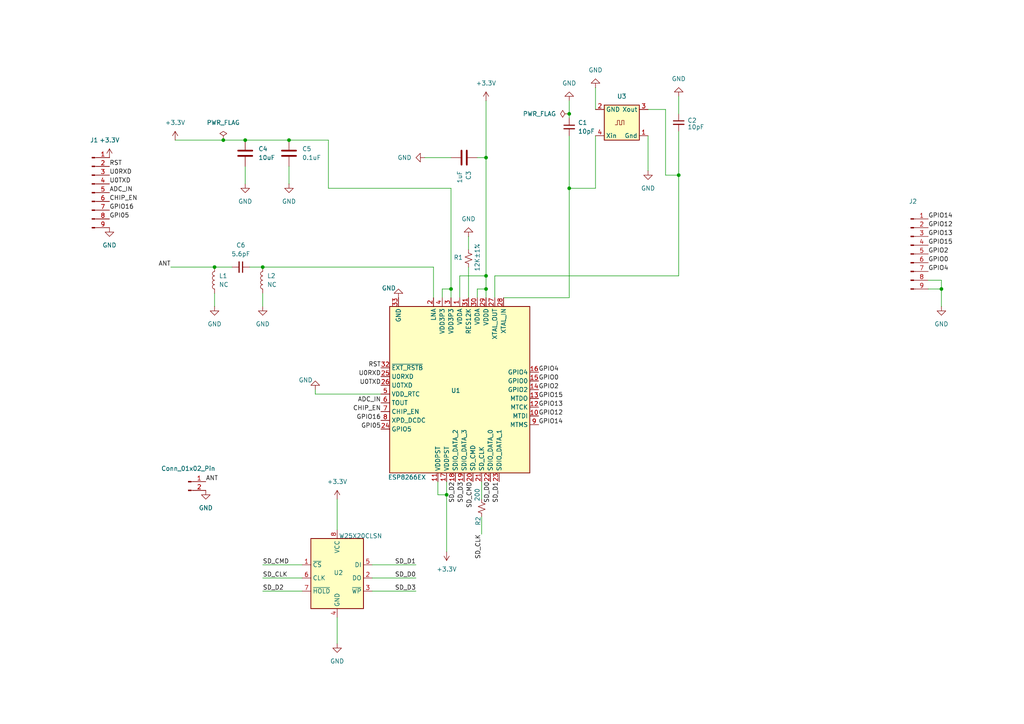
<source format=kicad_sch>
(kicad_sch
	(version 20231120)
	(generator "eeschema")
	(generator_version "8.0")
	(uuid "e8080329-b002-48f1-8423-8cddf03c447a")
	(paper "A4")
	(title_block
		(title "ESP8266EX")
		(date "2024-02-30")
		(company "Prince Lee Muhera")
	)
	(lib_symbols
		(symbol "Connector:Conn_01x02_Pin"
			(pin_names
				(offset 1.016) hide)
			(exclude_from_sim no)
			(in_bom yes)
			(on_board yes)
			(property "Reference" "J"
				(at 0 2.54 0)
				(effects
					(font
						(size 1.27 1.27)
					)
				)
			)
			(property "Value" "Conn_01x02_Pin"
				(at 0 -5.08 0)
				(effects
					(font
						(size 1.27 1.27)
					)
				)
			)
			(property "Footprint" ""
				(at 0 0 0)
				(effects
					(font
						(size 1.27 1.27)
					)
					(hide yes)
				)
			)
			(property "Datasheet" "~"
				(at 0 0 0)
				(effects
					(font
						(size 1.27 1.27)
					)
					(hide yes)
				)
			)
			(property "Description" "Generic connector, single row, 01x02, script generated"
				(at 0 0 0)
				(effects
					(font
						(size 1.27 1.27)
					)
					(hide yes)
				)
			)
			(property "ki_locked" ""
				(at 0 0 0)
				(effects
					(font
						(size 1.27 1.27)
					)
				)
			)
			(property "ki_keywords" "connector"
				(at 0 0 0)
				(effects
					(font
						(size 1.27 1.27)
					)
					(hide yes)
				)
			)
			(property "ki_fp_filters" "Connector*:*_1x??_*"
				(at 0 0 0)
				(effects
					(font
						(size 1.27 1.27)
					)
					(hide yes)
				)
			)
			(symbol "Conn_01x02_Pin_1_1"
				(polyline
					(pts
						(xy 1.27 -2.54) (xy 0.8636 -2.54)
					)
					(stroke
						(width 0.1524)
						(type default)
					)
					(fill
						(type none)
					)
				)
				(polyline
					(pts
						(xy 1.27 0) (xy 0.8636 0)
					)
					(stroke
						(width 0.1524)
						(type default)
					)
					(fill
						(type none)
					)
				)
				(rectangle
					(start 0.8636 -2.413)
					(end 0 -2.667)
					(stroke
						(width 0.1524)
						(type default)
					)
					(fill
						(type outline)
					)
				)
				(rectangle
					(start 0.8636 0.127)
					(end 0 -0.127)
					(stroke
						(width 0.1524)
						(type default)
					)
					(fill
						(type outline)
					)
				)
				(pin passive line
					(at 5.08 0 180)
					(length 3.81)
					(name "Pin_1"
						(effects
							(font
								(size 1.27 1.27)
							)
						)
					)
					(number "1"
						(effects
							(font
								(size 1.27 1.27)
							)
						)
					)
				)
				(pin passive line
					(at 5.08 -2.54 180)
					(length 3.81)
					(name "Pin_2"
						(effects
							(font
								(size 1.27 1.27)
							)
						)
					)
					(number "2"
						(effects
							(font
								(size 1.27 1.27)
							)
						)
					)
				)
			)
		)
		(symbol "Connector:Conn_01x09_Pin"
			(pin_names
				(offset 1.016) hide)
			(exclude_from_sim no)
			(in_bom yes)
			(on_board yes)
			(property "Reference" "J"
				(at 0 12.7 0)
				(effects
					(font
						(size 1.27 1.27)
					)
				)
			)
			(property "Value" "Conn_01x09_Pin"
				(at 0 -12.7 0)
				(effects
					(font
						(size 1.27 1.27)
					)
				)
			)
			(property "Footprint" ""
				(at 0 0 0)
				(effects
					(font
						(size 1.27 1.27)
					)
					(hide yes)
				)
			)
			(property "Datasheet" "~"
				(at 0 0 0)
				(effects
					(font
						(size 1.27 1.27)
					)
					(hide yes)
				)
			)
			(property "Description" "Generic connector, single row, 01x09, script generated"
				(at 0 0 0)
				(effects
					(font
						(size 1.27 1.27)
					)
					(hide yes)
				)
			)
			(property "ki_locked" ""
				(at 0 0 0)
				(effects
					(font
						(size 1.27 1.27)
					)
				)
			)
			(property "ki_keywords" "connector"
				(at 0 0 0)
				(effects
					(font
						(size 1.27 1.27)
					)
					(hide yes)
				)
			)
			(property "ki_fp_filters" "Connector*:*_1x??_*"
				(at 0 0 0)
				(effects
					(font
						(size 1.27 1.27)
					)
					(hide yes)
				)
			)
			(symbol "Conn_01x09_Pin_1_1"
				(polyline
					(pts
						(xy 1.27 -10.16) (xy 0.8636 -10.16)
					)
					(stroke
						(width 0.1524)
						(type default)
					)
					(fill
						(type none)
					)
				)
				(polyline
					(pts
						(xy 1.27 -7.62) (xy 0.8636 -7.62)
					)
					(stroke
						(width 0.1524)
						(type default)
					)
					(fill
						(type none)
					)
				)
				(polyline
					(pts
						(xy 1.27 -5.08) (xy 0.8636 -5.08)
					)
					(stroke
						(width 0.1524)
						(type default)
					)
					(fill
						(type none)
					)
				)
				(polyline
					(pts
						(xy 1.27 -2.54) (xy 0.8636 -2.54)
					)
					(stroke
						(width 0.1524)
						(type default)
					)
					(fill
						(type none)
					)
				)
				(polyline
					(pts
						(xy 1.27 0) (xy 0.8636 0)
					)
					(stroke
						(width 0.1524)
						(type default)
					)
					(fill
						(type none)
					)
				)
				(polyline
					(pts
						(xy 1.27 2.54) (xy 0.8636 2.54)
					)
					(stroke
						(width 0.1524)
						(type default)
					)
					(fill
						(type none)
					)
				)
				(polyline
					(pts
						(xy 1.27 5.08) (xy 0.8636 5.08)
					)
					(stroke
						(width 0.1524)
						(type default)
					)
					(fill
						(type none)
					)
				)
				(polyline
					(pts
						(xy 1.27 7.62) (xy 0.8636 7.62)
					)
					(stroke
						(width 0.1524)
						(type default)
					)
					(fill
						(type none)
					)
				)
				(polyline
					(pts
						(xy 1.27 10.16) (xy 0.8636 10.16)
					)
					(stroke
						(width 0.1524)
						(type default)
					)
					(fill
						(type none)
					)
				)
				(rectangle
					(start 0.8636 -10.033)
					(end 0 -10.287)
					(stroke
						(width 0.1524)
						(type default)
					)
					(fill
						(type outline)
					)
				)
				(rectangle
					(start 0.8636 -7.493)
					(end 0 -7.747)
					(stroke
						(width 0.1524)
						(type default)
					)
					(fill
						(type outline)
					)
				)
				(rectangle
					(start 0.8636 -4.953)
					(end 0 -5.207)
					(stroke
						(width 0.1524)
						(type default)
					)
					(fill
						(type outline)
					)
				)
				(rectangle
					(start 0.8636 -2.413)
					(end 0 -2.667)
					(stroke
						(width 0.1524)
						(type default)
					)
					(fill
						(type outline)
					)
				)
				(rectangle
					(start 0.8636 0.127)
					(end 0 -0.127)
					(stroke
						(width 0.1524)
						(type default)
					)
					(fill
						(type outline)
					)
				)
				(rectangle
					(start 0.8636 2.667)
					(end 0 2.413)
					(stroke
						(width 0.1524)
						(type default)
					)
					(fill
						(type outline)
					)
				)
				(rectangle
					(start 0.8636 5.207)
					(end 0 4.953)
					(stroke
						(width 0.1524)
						(type default)
					)
					(fill
						(type outline)
					)
				)
				(rectangle
					(start 0.8636 7.747)
					(end 0 7.493)
					(stroke
						(width 0.1524)
						(type default)
					)
					(fill
						(type outline)
					)
				)
				(rectangle
					(start 0.8636 10.287)
					(end 0 10.033)
					(stroke
						(width 0.1524)
						(type default)
					)
					(fill
						(type outline)
					)
				)
				(pin passive line
					(at 5.08 10.16 180)
					(length 3.81)
					(name "Pin_1"
						(effects
							(font
								(size 1.27 1.27)
							)
						)
					)
					(number "1"
						(effects
							(font
								(size 1.27 1.27)
							)
						)
					)
				)
				(pin passive line
					(at 5.08 7.62 180)
					(length 3.81)
					(name "Pin_2"
						(effects
							(font
								(size 1.27 1.27)
							)
						)
					)
					(number "2"
						(effects
							(font
								(size 1.27 1.27)
							)
						)
					)
				)
				(pin passive line
					(at 5.08 5.08 180)
					(length 3.81)
					(name "Pin_3"
						(effects
							(font
								(size 1.27 1.27)
							)
						)
					)
					(number "3"
						(effects
							(font
								(size 1.27 1.27)
							)
						)
					)
				)
				(pin passive line
					(at 5.08 2.54 180)
					(length 3.81)
					(name "Pin_4"
						(effects
							(font
								(size 1.27 1.27)
							)
						)
					)
					(number "4"
						(effects
							(font
								(size 1.27 1.27)
							)
						)
					)
				)
				(pin passive line
					(at 5.08 0 180)
					(length 3.81)
					(name "Pin_5"
						(effects
							(font
								(size 1.27 1.27)
							)
						)
					)
					(number "5"
						(effects
							(font
								(size 1.27 1.27)
							)
						)
					)
				)
				(pin passive line
					(at 5.08 -2.54 180)
					(length 3.81)
					(name "Pin_6"
						(effects
							(font
								(size 1.27 1.27)
							)
						)
					)
					(number "6"
						(effects
							(font
								(size 1.27 1.27)
							)
						)
					)
				)
				(pin passive line
					(at 5.08 -5.08 180)
					(length 3.81)
					(name "Pin_7"
						(effects
							(font
								(size 1.27 1.27)
							)
						)
					)
					(number "7"
						(effects
							(font
								(size 1.27 1.27)
							)
						)
					)
				)
				(pin passive line
					(at 5.08 -7.62 180)
					(length 3.81)
					(name "Pin_8"
						(effects
							(font
								(size 1.27 1.27)
							)
						)
					)
					(number "8"
						(effects
							(font
								(size 1.27 1.27)
							)
						)
					)
				)
				(pin passive line
					(at 5.08 -10.16 180)
					(length 3.81)
					(name "Pin_9"
						(effects
							(font
								(size 1.27 1.27)
							)
						)
					)
					(number "9"
						(effects
							(font
								(size 1.27 1.27)
							)
						)
					)
				)
			)
		)
		(symbol "Device:C"
			(pin_numbers hide)
			(pin_names
				(offset 0.254)
			)
			(exclude_from_sim no)
			(in_bom yes)
			(on_board yes)
			(property "Reference" "C"
				(at 0.635 2.54 0)
				(effects
					(font
						(size 1.27 1.27)
					)
					(justify left)
				)
			)
			(property "Value" "C"
				(at 0.635 -2.54 0)
				(effects
					(font
						(size 1.27 1.27)
					)
					(justify left)
				)
			)
			(property "Footprint" ""
				(at 0.9652 -3.81 0)
				(effects
					(font
						(size 1.27 1.27)
					)
					(hide yes)
				)
			)
			(property "Datasheet" "~"
				(at 0 0 0)
				(effects
					(font
						(size 1.27 1.27)
					)
					(hide yes)
				)
			)
			(property "Description" "Unpolarized capacitor"
				(at 0 0 0)
				(effects
					(font
						(size 1.27 1.27)
					)
					(hide yes)
				)
			)
			(property "ki_keywords" "cap capacitor"
				(at 0 0 0)
				(effects
					(font
						(size 1.27 1.27)
					)
					(hide yes)
				)
			)
			(property "ki_fp_filters" "C_*"
				(at 0 0 0)
				(effects
					(font
						(size 1.27 1.27)
					)
					(hide yes)
				)
			)
			(symbol "C_0_1"
				(polyline
					(pts
						(xy -2.032 -0.762) (xy 2.032 -0.762)
					)
					(stroke
						(width 0.508)
						(type default)
					)
					(fill
						(type none)
					)
				)
				(polyline
					(pts
						(xy -2.032 0.762) (xy 2.032 0.762)
					)
					(stroke
						(width 0.508)
						(type default)
					)
					(fill
						(type none)
					)
				)
			)
			(symbol "C_1_1"
				(pin passive line
					(at 0 3.81 270)
					(length 2.794)
					(name "~"
						(effects
							(font
								(size 1.27 1.27)
							)
						)
					)
					(number "1"
						(effects
							(font
								(size 1.27 1.27)
							)
						)
					)
				)
				(pin passive line
					(at 0 -3.81 90)
					(length 2.794)
					(name "~"
						(effects
							(font
								(size 1.27 1.27)
							)
						)
					)
					(number "2"
						(effects
							(font
								(size 1.27 1.27)
							)
						)
					)
				)
			)
		)
		(symbol "Device:C_Small"
			(pin_numbers hide)
			(pin_names
				(offset 0.254) hide)
			(exclude_from_sim no)
			(in_bom yes)
			(on_board yes)
			(property "Reference" "C"
				(at 0.254 1.778 0)
				(effects
					(font
						(size 1.27 1.27)
					)
					(justify left)
				)
			)
			(property "Value" "C_Small"
				(at 0.254 -2.032 0)
				(effects
					(font
						(size 1.27 1.27)
					)
					(justify left)
				)
			)
			(property "Footprint" ""
				(at 0 0 0)
				(effects
					(font
						(size 1.27 1.27)
					)
					(hide yes)
				)
			)
			(property "Datasheet" "~"
				(at 0 0 0)
				(effects
					(font
						(size 1.27 1.27)
					)
					(hide yes)
				)
			)
			(property "Description" "Unpolarized capacitor, small symbol"
				(at 0 0 0)
				(effects
					(font
						(size 1.27 1.27)
					)
					(hide yes)
				)
			)
			(property "ki_keywords" "capacitor cap"
				(at 0 0 0)
				(effects
					(font
						(size 1.27 1.27)
					)
					(hide yes)
				)
			)
			(property "ki_fp_filters" "C_*"
				(at 0 0 0)
				(effects
					(font
						(size 1.27 1.27)
					)
					(hide yes)
				)
			)
			(symbol "C_Small_0_1"
				(polyline
					(pts
						(xy -1.524 -0.508) (xy 1.524 -0.508)
					)
					(stroke
						(width 0.3302)
						(type default)
					)
					(fill
						(type none)
					)
				)
				(polyline
					(pts
						(xy -1.524 0.508) (xy 1.524 0.508)
					)
					(stroke
						(width 0.3048)
						(type default)
					)
					(fill
						(type none)
					)
				)
			)
			(symbol "C_Small_1_1"
				(pin passive line
					(at 0 2.54 270)
					(length 2.032)
					(name "~"
						(effects
							(font
								(size 1.27 1.27)
							)
						)
					)
					(number "1"
						(effects
							(font
								(size 1.27 1.27)
							)
						)
					)
				)
				(pin passive line
					(at 0 -2.54 90)
					(length 2.032)
					(name "~"
						(effects
							(font
								(size 1.27 1.27)
							)
						)
					)
					(number "2"
						(effects
							(font
								(size 1.27 1.27)
							)
						)
					)
				)
			)
		)
		(symbol "Device:L"
			(pin_numbers hide)
			(pin_names
				(offset 1.016) hide)
			(exclude_from_sim no)
			(in_bom yes)
			(on_board yes)
			(property "Reference" "L"
				(at -1.27 0 90)
				(effects
					(font
						(size 1.27 1.27)
					)
				)
			)
			(property "Value" "L"
				(at 1.905 0 90)
				(effects
					(font
						(size 1.27 1.27)
					)
				)
			)
			(property "Footprint" ""
				(at 0 0 0)
				(effects
					(font
						(size 1.27 1.27)
					)
					(hide yes)
				)
			)
			(property "Datasheet" "~"
				(at 0 0 0)
				(effects
					(font
						(size 1.27 1.27)
					)
					(hide yes)
				)
			)
			(property "Description" "Inductor"
				(at 0 0 0)
				(effects
					(font
						(size 1.27 1.27)
					)
					(hide yes)
				)
			)
			(property "ki_keywords" "inductor choke coil reactor magnetic"
				(at 0 0 0)
				(effects
					(font
						(size 1.27 1.27)
					)
					(hide yes)
				)
			)
			(property "ki_fp_filters" "Choke_* *Coil* Inductor_* L_*"
				(at 0 0 0)
				(effects
					(font
						(size 1.27 1.27)
					)
					(hide yes)
				)
			)
			(symbol "L_0_1"
				(arc
					(start 0 -2.54)
					(mid 0.6323 -1.905)
					(end 0 -1.27)
					(stroke
						(width 0)
						(type default)
					)
					(fill
						(type none)
					)
				)
				(arc
					(start 0 -1.27)
					(mid 0.6323 -0.635)
					(end 0 0)
					(stroke
						(width 0)
						(type default)
					)
					(fill
						(type none)
					)
				)
				(arc
					(start 0 0)
					(mid 0.6323 0.635)
					(end 0 1.27)
					(stroke
						(width 0)
						(type default)
					)
					(fill
						(type none)
					)
				)
				(arc
					(start 0 1.27)
					(mid 0.6323 1.905)
					(end 0 2.54)
					(stroke
						(width 0)
						(type default)
					)
					(fill
						(type none)
					)
				)
			)
			(symbol "L_1_1"
				(pin passive line
					(at 0 3.81 270)
					(length 1.27)
					(name "1"
						(effects
							(font
								(size 1.27 1.27)
							)
						)
					)
					(number "1"
						(effects
							(font
								(size 1.27 1.27)
							)
						)
					)
				)
				(pin passive line
					(at 0 -3.81 90)
					(length 1.27)
					(name "2"
						(effects
							(font
								(size 1.27 1.27)
							)
						)
					)
					(number "2"
						(effects
							(font
								(size 1.27 1.27)
							)
						)
					)
				)
			)
		)
		(symbol "Device:R_Small_US"
			(pin_numbers hide)
			(pin_names
				(offset 0.254) hide)
			(exclude_from_sim no)
			(in_bom yes)
			(on_board yes)
			(property "Reference" "R"
				(at 0.762 0.508 0)
				(effects
					(font
						(size 1.27 1.27)
					)
					(justify left)
				)
			)
			(property "Value" "R_Small_US"
				(at 0.762 -1.016 0)
				(effects
					(font
						(size 1.27 1.27)
					)
					(justify left)
				)
			)
			(property "Footprint" ""
				(at 0 0 0)
				(effects
					(font
						(size 1.27 1.27)
					)
					(hide yes)
				)
			)
			(property "Datasheet" "~"
				(at 0 0 0)
				(effects
					(font
						(size 1.27 1.27)
					)
					(hide yes)
				)
			)
			(property "Description" "Resistor, small US symbol"
				(at 0 0 0)
				(effects
					(font
						(size 1.27 1.27)
					)
					(hide yes)
				)
			)
			(property "ki_keywords" "r resistor"
				(at 0 0 0)
				(effects
					(font
						(size 1.27 1.27)
					)
					(hide yes)
				)
			)
			(property "ki_fp_filters" "R_*"
				(at 0 0 0)
				(effects
					(font
						(size 1.27 1.27)
					)
					(hide yes)
				)
			)
			(symbol "R_Small_US_1_1"
				(polyline
					(pts
						(xy 0 0) (xy 1.016 -0.381) (xy 0 -0.762) (xy -1.016 -1.143) (xy 0 -1.524)
					)
					(stroke
						(width 0)
						(type default)
					)
					(fill
						(type none)
					)
				)
				(polyline
					(pts
						(xy 0 1.524) (xy 1.016 1.143) (xy 0 0.762) (xy -1.016 0.381) (xy 0 0)
					)
					(stroke
						(width 0)
						(type default)
					)
					(fill
						(type none)
					)
				)
				(pin passive line
					(at 0 2.54 270)
					(length 1.016)
					(name "~"
						(effects
							(font
								(size 1.27 1.27)
							)
						)
					)
					(number "1"
						(effects
							(font
								(size 1.27 1.27)
							)
						)
					)
				)
				(pin passive line
					(at 0 -2.54 90)
					(length 1.016)
					(name "~"
						(effects
							(font
								(size 1.27 1.27)
							)
						)
					)
					(number "2"
						(effects
							(font
								(size 1.27 1.27)
							)
						)
					)
				)
			)
		)
		(symbol "MCU_Espressif:ESP8266EX"
			(exclude_from_sim no)
			(in_bom yes)
			(on_board yes)
			(property "Reference" "U1"
				(at -2.54 -1.524 0)
				(effects
					(font
						(size 1.27 1.27)
					)
					(justify left)
				)
			)
			(property "Value" "ESP8266EX"
				(at -20.828 -26.67 0)
				(effects
					(font
						(size 1.27 1.27)
					)
					(justify left)
				)
			)
			(property "Footprint" "Package_DFN_QFN:QFN-32-1EP_5x5mm_P0.5mm_EP3.45x3.45mm"
				(at -0.254 -47.752 0)
				(effects
					(font
						(size 1.27 1.27)
					)
					(hide yes)
				)
			)
			(property "Datasheet" "http://espressif.com/sites/default/files/documentation/0a-esp8266ex_datasheet_en.pdf"
				(at 2.286 -47.752 0)
				(effects
					(font
						(size 1.27 1.27)
					)
					(hide yes)
				)
			)
			(property "Description" "Highly integrated Wi-Fi SoC, QFN-32"
				(at -34.798 -57.912 0)
				(effects
					(font
						(size 1.27 1.27)
					)
					(hide yes)
				)
			)
			(property "ki_keywords" "wifi soc"
				(at 0 0 0)
				(effects
					(font
						(size 1.27 1.27)
					)
					(hide yes)
				)
			)
			(property "ki_fp_filters" "QFN*1EP*5x5mm*P0.5mm*"
				(at 0 0 0)
				(effects
					(font
						(size 1.27 1.27)
					)
					(hide yes)
				)
			)
			(symbol "ESP8266EX_0_1"
				(rectangle
					(start -20.32 22.86)
					(end 20.32 -25.4)
					(stroke
						(width 0.254)
						(type default)
					)
					(fill
						(type background)
					)
				)
			)
			(symbol "ESP8266EX_1_1"
				(pin power_in line
					(at 0 25.4 270)
					(length 2.54)
					(name "VDDA"
						(effects
							(font
								(size 1.27 1.27)
							)
						)
					)
					(number "1"
						(effects
							(font
								(size 1.27 1.27)
							)
						)
					)
				)
				(pin bidirectional line
					(at 22.86 -8.89 180)
					(length 2.54)
					(name "MTDI"
						(effects
							(font
								(size 1.27 1.27)
							)
						)
					)
					(number "10"
						(effects
							(font
								(size 1.27 1.27)
							)
						)
					)
				)
				(pin power_in line
					(at -6.35 -27.94 90)
					(length 2.54)
					(name "VDDPST"
						(effects
							(font
								(size 1.27 1.27)
							)
						)
					)
					(number "11"
						(effects
							(font
								(size 1.27 1.27)
							)
						)
					)
				)
				(pin bidirectional line
					(at 22.86 -6.35 180)
					(length 2.54)
					(name "MTCK"
						(effects
							(font
								(size 1.27 1.27)
							)
						)
					)
					(number "12"
						(effects
							(font
								(size 1.27 1.27)
							)
						)
					)
				)
				(pin bidirectional line
					(at 22.86 -3.81 180)
					(length 2.54)
					(name "MTDO"
						(effects
							(font
								(size 1.27 1.27)
							)
						)
					)
					(number "13"
						(effects
							(font
								(size 1.27 1.27)
							)
						)
					)
				)
				(pin bidirectional line
					(at 22.86 -1.27 180)
					(length 2.54)
					(name "GPIO2"
						(effects
							(font
								(size 1.27 1.27)
							)
						)
					)
					(number "14"
						(effects
							(font
								(size 1.27 1.27)
							)
						)
					)
				)
				(pin bidirectional line
					(at 22.86 1.27 180)
					(length 2.54)
					(name "GPIO0"
						(effects
							(font
								(size 1.27 1.27)
							)
						)
					)
					(number "15"
						(effects
							(font
								(size 1.27 1.27)
							)
						)
					)
				)
				(pin bidirectional line
					(at 22.86 3.81 180)
					(length 2.54)
					(name "GPIO4"
						(effects
							(font
								(size 1.27 1.27)
							)
						)
					)
					(number "16"
						(effects
							(font
								(size 1.27 1.27)
							)
						)
					)
				)
				(pin power_in line
					(at -3.81 -27.94 90)
					(length 2.54)
					(name "VDDPST"
						(effects
							(font
								(size 1.27 1.27)
							)
						)
					)
					(number "17"
						(effects
							(font
								(size 1.27 1.27)
							)
						)
					)
				)
				(pin bidirectional line
					(at -1.27 -27.94 90)
					(length 2.54)
					(name "SDIO_DATA_2"
						(effects
							(font
								(size 1.27 1.27)
							)
						)
					)
					(number "18"
						(effects
							(font
								(size 1.27 1.27)
							)
						)
					)
				)
				(pin bidirectional line
					(at 1.27 -27.94 90)
					(length 2.54)
					(name "SDIO_DATA_3"
						(effects
							(font
								(size 1.27 1.27)
							)
						)
					)
					(number "19"
						(effects
							(font
								(size 1.27 1.27)
							)
						)
					)
				)
				(pin bidirectional line
					(at -7.62 25.4 270)
					(length 2.54)
					(name "LNA"
						(effects
							(font
								(size 1.27 1.27)
							)
						)
					)
					(number "2"
						(effects
							(font
								(size 1.27 1.27)
							)
						)
					)
				)
				(pin bidirectional line
					(at 3.81 -27.94 90)
					(length 2.54)
					(name "SD_CMD"
						(effects
							(font
								(size 1.27 1.27)
							)
						)
					)
					(number "20"
						(effects
							(font
								(size 1.27 1.27)
							)
						)
					)
				)
				(pin bidirectional line
					(at 6.35 -27.94 90)
					(length 2.54)
					(name "SD_CLK"
						(effects
							(font
								(size 1.27 1.27)
							)
						)
					)
					(number "21"
						(effects
							(font
								(size 1.27 1.27)
							)
						)
					)
				)
				(pin bidirectional line
					(at 8.89 -27.94 90)
					(length 2.54)
					(name "SDIO_DATA_0"
						(effects
							(font
								(size 1.27 1.27)
							)
						)
					)
					(number "22"
						(effects
							(font
								(size 1.27 1.27)
							)
						)
					)
				)
				(pin bidirectional line
					(at 11.43 -27.94 90)
					(length 2.54)
					(name "SDIO_DATA_1"
						(effects
							(font
								(size 1.27 1.27)
							)
						)
					)
					(number "23"
						(effects
							(font
								(size 1.27 1.27)
							)
						)
					)
				)
				(pin bidirectional line
					(at -22.86 -12.7 0)
					(length 2.54)
					(name "GPIO5"
						(effects
							(font
								(size 1.27 1.27)
							)
						)
					)
					(number "24"
						(effects
							(font
								(size 1.27 1.27)
							)
						)
					)
				)
				(pin bidirectional line
					(at -22.86 2.54 0)
					(length 2.54)
					(name "U0RXD"
						(effects
							(font
								(size 1.27 1.27)
							)
						)
					)
					(number "25"
						(effects
							(font
								(size 1.27 1.27)
							)
						)
					)
				)
				(pin bidirectional line
					(at -22.86 0 0)
					(length 2.54)
					(name "U0TXD"
						(effects
							(font
								(size 1.27 1.27)
							)
						)
					)
					(number "26"
						(effects
							(font
								(size 1.27 1.27)
							)
						)
					)
				)
				(pin bidirectional line
					(at 10.16 25.4 270)
					(length 2.54)
					(name "XTAL_OUT"
						(effects
							(font
								(size 1.27 1.27)
							)
						)
					)
					(number "27"
						(effects
							(font
								(size 1.27 1.27)
							)
						)
					)
				)
				(pin bidirectional line
					(at 12.7 25.4 270)
					(length 2.54)
					(name "XTAL_IN"
						(effects
							(font
								(size 1.27 1.27)
							)
						)
					)
					(number "28"
						(effects
							(font
								(size 1.27 1.27)
							)
						)
					)
				)
				(pin power_in line
					(at 7.62 25.4 270)
					(length 2.54)
					(name "VDDD"
						(effects
							(font
								(size 1.27 1.27)
							)
						)
					)
					(number "29"
						(effects
							(font
								(size 1.27 1.27)
							)
						)
					)
				)
				(pin power_in line
					(at -2.54 25.4 270)
					(length 2.54)
					(name "VDD3P3"
						(effects
							(font
								(size 1.27 1.27)
							)
						)
					)
					(number "3"
						(effects
							(font
								(size 1.27 1.27)
							)
						)
					)
				)
				(pin power_in line
					(at 5.08 25.4 270)
					(length 2.54)
					(name "VDDA"
						(effects
							(font
								(size 1.27 1.27)
							)
						)
					)
					(number "30"
						(effects
							(font
								(size 1.27 1.27)
							)
						)
					)
				)
				(pin input line
					(at 2.54 25.4 270)
					(length 2.54)
					(name "RES12K"
						(effects
							(font
								(size 1.27 1.27)
							)
						)
					)
					(number "31"
						(effects
							(font
								(size 1.27 1.27)
							)
						)
					)
				)
				(pin input line
					(at -22.86 5.08 0)
					(length 2.54)
					(name "~{EXT_RSTB}"
						(effects
							(font
								(size 1.27 1.27)
							)
						)
					)
					(number "32"
						(effects
							(font
								(size 1.27 1.27)
							)
						)
					)
				)
				(pin power_in line
					(at -17.78 25.4 270)
					(length 2.54)
					(name "GND"
						(effects
							(font
								(size 1.27 1.27)
							)
						)
					)
					(number "33"
						(effects
							(font
								(size 1.27 1.27)
							)
						)
					)
				)
				(pin power_in line
					(at -5.08 25.4 270)
					(length 2.54)
					(name "VDD3P3"
						(effects
							(font
								(size 1.27 1.27)
							)
						)
					)
					(number "4"
						(effects
							(font
								(size 1.27 1.27)
							)
						)
					)
				)
				(pin power_in line
					(at -22.86 -2.54 0)
					(length 2.54)
					(name "VDD_RTC"
						(effects
							(font
								(size 1.27 1.27)
							)
						)
					)
					(number "5"
						(effects
							(font
								(size 1.27 1.27)
							)
						)
					)
				)
				(pin input line
					(at -22.86 -5.08 0)
					(length 2.54)
					(name "TOUT"
						(effects
							(font
								(size 1.27 1.27)
							)
						)
					)
					(number "6"
						(effects
							(font
								(size 1.27 1.27)
							)
						)
					)
				)
				(pin input line
					(at -22.86 -7.62 0)
					(length 2.54)
					(name "CHIP_EN"
						(effects
							(font
								(size 1.27 1.27)
							)
						)
					)
					(number "7"
						(effects
							(font
								(size 1.27 1.27)
							)
						)
					)
				)
				(pin bidirectional line
					(at -22.86 -10.16 0)
					(length 2.54)
					(name "XPD_DCDC"
						(effects
							(font
								(size 1.27 1.27)
							)
						)
					)
					(number "8"
						(effects
							(font
								(size 1.27 1.27)
							)
						)
					)
				)
				(pin bidirectional line
					(at 22.86 -11.43 180)
					(length 2.54)
					(name "MTMS"
						(effects
							(font
								(size 1.27 1.27)
							)
						)
					)
					(number "9"
						(effects
							(font
								(size 1.27 1.27)
							)
						)
					)
				)
			)
		)
		(symbol "Memory_Flash:W25X20CLSN"
			(exclude_from_sim no)
			(in_bom yes)
			(on_board yes)
			(property "Reference" "U2"
				(at -1.016 0.254 0)
				(effects
					(font
						(size 1.27 1.27)
					)
					(justify left)
				)
			)
			(property "Value" "W25X20CLSN"
				(at 0.508 10.922 0)
				(effects
					(font
						(size 1.27 1.27)
					)
					(justify left)
				)
			)
			(property "Footprint" "Package_SO:SOIC-8_3.9x4.9mm_P1.27mm"
				(at 0 22.86 0)
				(effects
					(font
						(size 1.27 1.27)
					)
					(hide yes)
				)
			)
			(property "Datasheet" "https://www.winbond.com/resource-files/w25x20cl_revf%2020150806.pdf"
				(at 2.54 25.4 0)
				(effects
					(font
						(size 1.27 1.27)
					)
					(hide yes)
				)
			)
			(property "Description" "2Mbit Serial Flash memory, dual I/O SPI, SOIC-8"
				(at 29.718 -25.908 0)
				(effects
					(font
						(size 1.27 1.27)
					)
					(hide yes)
				)
			)
			(property "ki_keywords" "Memory Flash SPI"
				(at 0 0 0)
				(effects
					(font
						(size 1.27 1.27)
					)
					(hide yes)
				)
			)
			(property "ki_fp_filters" "SOIC*3.9x4.9mm*P1.27mm*"
				(at 0 0 0)
				(effects
					(font
						(size 1.27 1.27)
					)
					(hide yes)
				)
			)
			(symbol "W25X20CLSN_0_1"
				(rectangle
					(start -7.62 10.16)
					(end 7.62 -10.16)
					(stroke
						(width 0.254)
						(type default)
					)
					(fill
						(type background)
					)
				)
			)
			(symbol "W25X20CLSN_1_1"
				(pin input line
					(at -10.16 2.54 0)
					(length 2.54)
					(name "~{CS}"
						(effects
							(font
								(size 1.27 1.27)
							)
						)
					)
					(number "1"
						(effects
							(font
								(size 1.27 1.27)
							)
						)
					)
				)
				(pin bidirectional line
					(at 10.16 -1.27 180)
					(length 2.54)
					(name "DO"
						(effects
							(font
								(size 1.27 1.27)
							)
						)
					)
					(number "2"
						(effects
							(font
								(size 1.27 1.27)
							)
						)
					)
				)
				(pin bidirectional line
					(at 10.16 -5.08 180)
					(length 2.54)
					(name "~{WP}"
						(effects
							(font
								(size 1.27 1.27)
							)
						)
					)
					(number "3"
						(effects
							(font
								(size 1.27 1.27)
							)
						)
					)
				)
				(pin power_in line
					(at 0 -12.7 90)
					(length 2.54)
					(name "GND"
						(effects
							(font
								(size 1.27 1.27)
							)
						)
					)
					(number "4"
						(effects
							(font
								(size 1.27 1.27)
							)
						)
					)
				)
				(pin bidirectional line
					(at 10.16 2.54 180)
					(length 2.54)
					(name "DI"
						(effects
							(font
								(size 1.27 1.27)
							)
						)
					)
					(number "5"
						(effects
							(font
								(size 1.27 1.27)
							)
						)
					)
				)
				(pin input line
					(at -10.16 -1.27 0)
					(length 2.54)
					(name "CLK"
						(effects
							(font
								(size 1.27 1.27)
							)
						)
					)
					(number "6"
						(effects
							(font
								(size 1.27 1.27)
							)
						)
					)
				)
				(pin bidirectional line
					(at -10.16 -5.08 0)
					(length 2.54)
					(name "~{HOLD}"
						(effects
							(font
								(size 1.27 1.27)
							)
						)
					)
					(number "7"
						(effects
							(font
								(size 1.27 1.27)
							)
						)
					)
				)
				(pin power_in line
					(at 0 12.7 270)
					(length 2.54)
					(name "VCC"
						(effects
							(font
								(size 1.27 1.27)
							)
						)
					)
					(number "8"
						(effects
							(font
								(size 1.27 1.27)
							)
						)
					)
				)
			)
		)
		(symbol "Oscillator:SG-3030CM"
			(exclude_from_sim no)
			(in_bom yes)
			(on_board yes)
			(property "Reference" "X1"
				(at -6.35 1.2701 0)
				(effects
					(font
						(size 1.27 1.27)
					)
					(justify right)
					(hide yes)
				)
			)
			(property "Value" "U3"
				(at 0 7.62 0)
				(effects
					(font
						(size 1.27 1.27)
					)
				)
			)
			(property "Footprint" "Oscillator:Oscillator_SMD_SeikoEpson_SG3030CM"
				(at 0 -8.89 0)
				(effects
					(font
						(size 1.27 1.27)
					)
					(hide yes)
				)
			)
			(property "Datasheet" "https://support.epson.biz/td/api/doc_check.php?mode=dl&lang=en&Parts=SG-3030CM"
				(at 2.032 -19.558 0)
				(effects
					(font
						(size 1.27 1.27)
					)
					(hide yes)
				)
			)
			(property "Description" "32.768kHz Crystal Oscillator (SPXO)"
				(at -1.27 -17.78 0)
				(effects
					(font
						(size 1.27 1.27)
					)
					(hide yes)
				)
			)
			(property "ki_keywords" "Crystal Clock Oscillator"
				(at 0 0 0)
				(effects
					(font
						(size 1.27 1.27)
					)
					(hide yes)
				)
			)
			(property "ki_fp_filters" "Oscillator*SMD*SeikoEpson*SG3030CM*"
				(at 0 0 0)
				(effects
					(font
						(size 1.27 1.27)
					)
					(hide yes)
				)
			)
			(symbol "SG-3030CM_0_1"
				(rectangle
					(start -5.08 5.08)
					(end 5.08 -5.08)
					(stroke
						(width 0.254)
						(type default)
					)
					(fill
						(type background)
					)
				)
				(polyline
					(pts
						(xy -1.905 -0.635) (xy -1.27 -0.635) (xy -1.27 0.635) (xy -0.635 0.635) (xy -0.635 -0.635) (xy 0 -0.635)
						(xy 0 0.635) (xy 0.635 0.635) (xy 0.635 -0.635)
					)
					(stroke
						(width 0)
						(type default)
					)
					(fill
						(type none)
					)
				)
			)
			(symbol "SG-3030CM_1_1"
				(pin power_in line
					(at 7.62 -3.81 180)
					(length 2.54)
					(name "Gnd"
						(effects
							(font
								(size 1.27 1.27)
							)
						)
					)
					(number "1"
						(effects
							(font
								(size 1.27 1.27)
							)
						)
					)
				)
				(pin power_in line
					(at -7.62 3.81 0)
					(length 2.54)
					(name "GND"
						(effects
							(font
								(size 1.27 1.27)
							)
						)
					)
					(number "2"
						(effects
							(font
								(size 1.27 1.27)
							)
						)
					)
				)
				(pin output line
					(at 7.62 3.81 180)
					(length 2.54)
					(name "Xout"
						(effects
							(font
								(size 1.27 1.27)
							)
						)
					)
					(number "3"
						(effects
							(font
								(size 1.27 1.27)
							)
						)
					)
				)
				(pin input line
					(at -7.62 -3.81 0)
					(length 2.54)
					(name "Xin"
						(effects
							(font
								(size 1.27 1.27)
							)
						)
					)
					(number "4"
						(effects
							(font
								(size 1.27 1.27)
							)
						)
					)
				)
			)
		)
		(symbol "power:+3.3V"
			(power)
			(pin_numbers hide)
			(pin_names
				(offset 0) hide)
			(exclude_from_sim no)
			(in_bom yes)
			(on_board yes)
			(property "Reference" "#PWR"
				(at 0 -3.81 0)
				(effects
					(font
						(size 1.27 1.27)
					)
					(hide yes)
				)
			)
			(property "Value" "+3.3V"
				(at 0 3.556 0)
				(effects
					(font
						(size 1.27 1.27)
					)
				)
			)
			(property "Footprint" ""
				(at 0 0 0)
				(effects
					(font
						(size 1.27 1.27)
					)
					(hide yes)
				)
			)
			(property "Datasheet" ""
				(at 0 0 0)
				(effects
					(font
						(size 1.27 1.27)
					)
					(hide yes)
				)
			)
			(property "Description" "Power symbol creates a global label with name \"+3.3V\""
				(at 0 0 0)
				(effects
					(font
						(size 1.27 1.27)
					)
					(hide yes)
				)
			)
			(property "ki_keywords" "global power"
				(at 0 0 0)
				(effects
					(font
						(size 1.27 1.27)
					)
					(hide yes)
				)
			)
			(symbol "+3.3V_0_1"
				(polyline
					(pts
						(xy -0.762 1.27) (xy 0 2.54)
					)
					(stroke
						(width 0)
						(type default)
					)
					(fill
						(type none)
					)
				)
				(polyline
					(pts
						(xy 0 0) (xy 0 2.54)
					)
					(stroke
						(width 0)
						(type default)
					)
					(fill
						(type none)
					)
				)
				(polyline
					(pts
						(xy 0 2.54) (xy 0.762 1.27)
					)
					(stroke
						(width 0)
						(type default)
					)
					(fill
						(type none)
					)
				)
			)
			(symbol "+3.3V_1_1"
				(pin power_in line
					(at 0 0 90)
					(length 0)
					(name "~"
						(effects
							(font
								(size 1.27 1.27)
							)
						)
					)
					(number "1"
						(effects
							(font
								(size 1.27 1.27)
							)
						)
					)
				)
			)
		)
		(symbol "power:GND"
			(power)
			(pin_numbers hide)
			(pin_names
				(offset 0) hide)
			(exclude_from_sim no)
			(in_bom yes)
			(on_board yes)
			(property "Reference" "#PWR"
				(at 0 -6.35 0)
				(effects
					(font
						(size 1.27 1.27)
					)
					(hide yes)
				)
			)
			(property "Value" "GND"
				(at 0 -3.81 0)
				(effects
					(font
						(size 1.27 1.27)
					)
				)
			)
			(property "Footprint" ""
				(at 0 0 0)
				(effects
					(font
						(size 1.27 1.27)
					)
					(hide yes)
				)
			)
			(property "Datasheet" ""
				(at 0 0 0)
				(effects
					(font
						(size 1.27 1.27)
					)
					(hide yes)
				)
			)
			(property "Description" "Power symbol creates a global label with name \"GND\" , ground"
				(at 0 0 0)
				(effects
					(font
						(size 1.27 1.27)
					)
					(hide yes)
				)
			)
			(property "ki_keywords" "global power"
				(at 0 0 0)
				(effects
					(font
						(size 1.27 1.27)
					)
					(hide yes)
				)
			)
			(symbol "GND_0_1"
				(polyline
					(pts
						(xy 0 0) (xy 0 -1.27) (xy 1.27 -1.27) (xy 0 -2.54) (xy -1.27 -1.27) (xy 0 -1.27)
					)
					(stroke
						(width 0)
						(type default)
					)
					(fill
						(type none)
					)
				)
			)
			(symbol "GND_1_1"
				(pin power_in line
					(at 0 0 270)
					(length 0)
					(name "~"
						(effects
							(font
								(size 1.27 1.27)
							)
						)
					)
					(number "1"
						(effects
							(font
								(size 1.27 1.27)
							)
						)
					)
				)
			)
		)
		(symbol "power:PWR_FLAG"
			(power)
			(pin_numbers hide)
			(pin_names
				(offset 0) hide)
			(exclude_from_sim no)
			(in_bom yes)
			(on_board yes)
			(property "Reference" "#FLG"
				(at 0 1.905 0)
				(effects
					(font
						(size 1.27 1.27)
					)
					(hide yes)
				)
			)
			(property "Value" "PWR_FLAG"
				(at 0 3.81 0)
				(effects
					(font
						(size 1.27 1.27)
					)
				)
			)
			(property "Footprint" ""
				(at 0 0 0)
				(effects
					(font
						(size 1.27 1.27)
					)
					(hide yes)
				)
			)
			(property "Datasheet" "~"
				(at 0 0 0)
				(effects
					(font
						(size 1.27 1.27)
					)
					(hide yes)
				)
			)
			(property "Description" "Special symbol for telling ERC where power comes from"
				(at 0 0 0)
				(effects
					(font
						(size 1.27 1.27)
					)
					(hide yes)
				)
			)
			(property "ki_keywords" "flag power"
				(at 0 0 0)
				(effects
					(font
						(size 1.27 1.27)
					)
					(hide yes)
				)
			)
			(symbol "PWR_FLAG_0_0"
				(pin power_out line
					(at 0 0 90)
					(length 0)
					(name "~"
						(effects
							(font
								(size 1.27 1.27)
							)
						)
					)
					(number "1"
						(effects
							(font
								(size 1.27 1.27)
							)
						)
					)
				)
			)
			(symbol "PWR_FLAG_0_1"
				(polyline
					(pts
						(xy 0 0) (xy 0 1.27) (xy -1.016 1.905) (xy 0 2.54) (xy 1.016 1.905) (xy 0 1.27)
					)
					(stroke
						(width 0)
						(type default)
					)
					(fill
						(type none)
					)
				)
			)
		)
	)
	(junction
		(at 62.23 77.47)
		(diameter 0)
		(color 0 0 0 0)
		(uuid "04ea14db-9e36-4058-871f-36894050061c")
	)
	(junction
		(at 130.81 83.82)
		(diameter 0)
		(color 0 0 0 0)
		(uuid "13df378c-45c6-4274-882b-578618996214")
	)
	(junction
		(at 165.1 33.02)
		(diameter 0)
		(color 0 0 0 0)
		(uuid "4a754d29-f03b-4275-85b9-72f4f40d201e")
	)
	(junction
		(at 273.05 83.82)
		(diameter 0)
		(color 0 0 0 0)
		(uuid "641793ee-9af3-4a88-8111-bcdae4ab9a3c")
	)
	(junction
		(at 140.97 80.01)
		(diameter 0)
		(color 0 0 0 0)
		(uuid "643baaad-8d63-4f16-bf5b-23b0ea1ff952")
	)
	(junction
		(at 129.54 143.51)
		(diameter 0)
		(color 0 0 0 0)
		(uuid "651ae360-0695-44f9-853a-5b9697db452f")
	)
	(junction
		(at 165.1 54.61)
		(diameter 0)
		(color 0 0 0 0)
		(uuid "855a6dfe-13b3-4846-b801-dee00bb945c4")
	)
	(junction
		(at 64.77 40.64)
		(diameter 0)
		(color 0 0 0 0)
		(uuid "99ea68c1-3454-425f-bb3b-7756361ca2b1")
	)
	(junction
		(at 83.82 40.64)
		(diameter 0)
		(color 0 0 0 0)
		(uuid "9a49d6b3-8c57-4891-b1be-e11cf1956f37")
	)
	(junction
		(at 140.97 45.72)
		(diameter 0)
		(color 0 0 0 0)
		(uuid "a6b796b2-81e1-4fc1-99a4-188fff768c2d")
	)
	(junction
		(at 71.12 40.64)
		(diameter 0)
		(color 0 0 0 0)
		(uuid "cc04a6e8-c313-4c25-8887-8cd8a72f762f")
	)
	(junction
		(at 196.85 50.8)
		(diameter 0)
		(color 0 0 0 0)
		(uuid "dc261bc8-8021-40ef-a877-4f019f48e0b6")
	)
	(junction
		(at 140.97 83.82)
		(diameter 0)
		(color 0 0 0 0)
		(uuid "dc5a9a5b-11a1-49c7-8bee-1e81323a536e")
	)
	(junction
		(at 76.2 77.47)
		(diameter 0)
		(color 0 0 0 0)
		(uuid "f4270dfe-db6b-468c-a413-c515d83b0678")
	)
	(wire
		(pts
			(xy 97.79 179.07) (xy 97.79 186.69)
		)
		(stroke
			(width 0)
			(type default)
		)
		(uuid "01f29bd4-fa1c-4cbb-a902-e5ae4bb8114b")
	)
	(wire
		(pts
			(xy 165.1 29.21) (xy 165.1 33.02)
		)
		(stroke
			(width 0)
			(type default)
		)
		(uuid "02f7e11f-0956-44c8-b3e0-b55a01ee0f5a")
	)
	(wire
		(pts
			(xy 130.81 86.36) (xy 130.81 83.82)
		)
		(stroke
			(width 0)
			(type default)
		)
		(uuid "04674615-4784-4a04-bb9e-c486e18a1cb9")
	)
	(wire
		(pts
			(xy 130.81 54.61) (xy 95.25 54.61)
		)
		(stroke
			(width 0)
			(type default)
		)
		(uuid "061cc651-c644-4401-bf90-1dd769b57c92")
	)
	(wire
		(pts
			(xy 71.12 48.26) (xy 71.12 53.34)
		)
		(stroke
			(width 0)
			(type default)
		)
		(uuid "0b1cde86-e137-465b-bdfe-6dce74616deb")
	)
	(wire
		(pts
			(xy 133.35 80.01) (xy 140.97 80.01)
		)
		(stroke
			(width 0)
			(type default)
		)
		(uuid "12485a3f-b457-4c02-a01c-bdcbb0560d94")
	)
	(wire
		(pts
			(xy 107.95 163.83) (xy 120.65 163.83)
		)
		(stroke
			(width 0)
			(type default)
		)
		(uuid "169aa982-f774-4ba6-ab6a-7092b902bd69")
	)
	(wire
		(pts
			(xy 91.44 114.3) (xy 91.44 113.03)
		)
		(stroke
			(width 0)
			(type default)
		)
		(uuid "1a4e8c1b-1fa3-4b73-8db1-53234b29c51f")
	)
	(wire
		(pts
			(xy 97.79 144.78) (xy 97.79 153.67)
		)
		(stroke
			(width 0)
			(type default)
		)
		(uuid "1d66983c-2f51-4b73-9577-e967d154febc")
	)
	(wire
		(pts
			(xy 128.27 83.82) (xy 128.27 86.36)
		)
		(stroke
			(width 0)
			(type default)
		)
		(uuid "1d91c23f-fee8-4ae8-9499-1858c8bbeb8c")
	)
	(wire
		(pts
			(xy 130.81 83.82) (xy 128.27 83.82)
		)
		(stroke
			(width 0)
			(type default)
		)
		(uuid "1dad2adb-f5e2-45cb-99fd-d52bf7f4705a")
	)
	(wire
		(pts
			(xy 165.1 33.02) (xy 165.1 34.29)
		)
		(stroke
			(width 0)
			(type default)
		)
		(uuid "2b169a7a-0c6c-4b5d-a010-30c12de2abae")
	)
	(wire
		(pts
			(xy 196.85 80.01) (xy 143.51 80.01)
		)
		(stroke
			(width 0)
			(type default)
		)
		(uuid "3e693fbb-dc9e-4320-acad-c5d7d58deb85")
	)
	(wire
		(pts
			(xy 140.97 83.82) (xy 138.43 83.82)
		)
		(stroke
			(width 0)
			(type default)
		)
		(uuid "453c926f-9252-4536-897c-0691ddb15279")
	)
	(wire
		(pts
			(xy 107.95 167.64) (xy 120.65 167.64)
		)
		(stroke
			(width 0)
			(type default)
		)
		(uuid "4dd7ffde-af3d-44cd-a49b-944f3b02fe63")
	)
	(wire
		(pts
			(xy 95.25 40.64) (xy 83.82 40.64)
		)
		(stroke
			(width 0)
			(type default)
		)
		(uuid "54ab927a-d41d-45ab-a6a7-6581d5267121")
	)
	(wire
		(pts
			(xy 76.2 167.64) (xy 87.63 167.64)
		)
		(stroke
			(width 0)
			(type default)
		)
		(uuid "56b74bad-9ea3-437e-9049-eb05416715b3")
	)
	(wire
		(pts
			(xy 110.49 114.3) (xy 91.44 114.3)
		)
		(stroke
			(width 0)
			(type default)
		)
		(uuid "58152b71-f860-46b4-bfed-bbcd2b83acef")
	)
	(wire
		(pts
			(xy 107.95 171.45) (xy 120.65 171.45)
		)
		(stroke
			(width 0)
			(type default)
		)
		(uuid "597fc93f-6d2e-49c2-ba90-f29346248264")
	)
	(wire
		(pts
			(xy 196.85 50.8) (xy 196.85 80.01)
		)
		(stroke
			(width 0)
			(type default)
		)
		(uuid "5c939aea-d083-45e6-b048-50013748e171")
	)
	(wire
		(pts
			(xy 76.2 77.47) (xy 125.73 77.47)
		)
		(stroke
			(width 0)
			(type default)
		)
		(uuid "5f435851-e8a2-4d8c-b9a5-9e9f2f2bb4df")
	)
	(wire
		(pts
			(xy 193.04 50.8) (xy 196.85 50.8)
		)
		(stroke
			(width 0)
			(type default)
		)
		(uuid "600ad93d-3ad8-410e-b0b8-65202cdd2621")
	)
	(wire
		(pts
			(xy 129.54 139.7) (xy 129.54 143.51)
		)
		(stroke
			(width 0)
			(type default)
		)
		(uuid "69a3c81d-7bc4-4cc4-b5e4-3954ea1bcaf2")
	)
	(wire
		(pts
			(xy 135.89 77.47) (xy 135.89 86.36)
		)
		(stroke
			(width 0)
			(type default)
		)
		(uuid "6cf438fe-16b8-4c16-b284-3c3f77f21194")
	)
	(wire
		(pts
			(xy 140.97 80.01) (xy 140.97 45.72)
		)
		(stroke
			(width 0)
			(type default)
		)
		(uuid "795e7f3c-e522-407e-bdb2-4fd93e9566db")
	)
	(wire
		(pts
			(xy 140.97 83.82) (xy 140.97 80.01)
		)
		(stroke
			(width 0)
			(type default)
		)
		(uuid "79e7a3ea-201a-4af3-9816-373441141eef")
	)
	(wire
		(pts
			(xy 196.85 38.1) (xy 196.85 50.8)
		)
		(stroke
			(width 0)
			(type default)
		)
		(uuid "7a317780-aa3f-44a2-b90d-72c9ed5419bd")
	)
	(wire
		(pts
			(xy 127 143.51) (xy 129.54 143.51)
		)
		(stroke
			(width 0)
			(type default)
		)
		(uuid "7c6aad17-5de6-4c7c-8548-c7ce249e653a")
	)
	(wire
		(pts
			(xy 76.2 171.45) (xy 87.63 171.45)
		)
		(stroke
			(width 0)
			(type default)
		)
		(uuid "946b77f0-2c34-4861-90a5-ca19b888260f")
	)
	(wire
		(pts
			(xy 62.23 85.09) (xy 62.23 88.9)
		)
		(stroke
			(width 0)
			(type default)
		)
		(uuid "96ddc9e9-fcaf-4666-8799-7fe84432d28b")
	)
	(wire
		(pts
			(xy 196.85 27.94) (xy 196.85 33.02)
		)
		(stroke
			(width 0)
			(type default)
		)
		(uuid "973821a0-c11a-4a19-8078-cfa6f6e67ec8")
	)
	(wire
		(pts
			(xy 193.04 31.75) (xy 187.96 31.75)
		)
		(stroke
			(width 0)
			(type default)
		)
		(uuid "98bf600f-7c1f-46a0-a148-baef80ad5c48")
	)
	(wire
		(pts
			(xy 125.73 77.47) (xy 125.73 86.36)
		)
		(stroke
			(width 0)
			(type default)
		)
		(uuid "991d9a49-14dd-4703-b012-1e89f8925045")
	)
	(wire
		(pts
			(xy 133.35 86.36) (xy 133.35 80.01)
		)
		(stroke
			(width 0)
			(type default)
		)
		(uuid "9a2f2de0-2e69-4781-a4e7-c422d41757f2")
	)
	(wire
		(pts
			(xy 140.97 45.72) (xy 138.43 45.72)
		)
		(stroke
			(width 0)
			(type default)
		)
		(uuid "9a90f783-edd6-4286-99e3-5c249bbdf281")
	)
	(wire
		(pts
			(xy 135.89 68.58) (xy 135.89 72.39)
		)
		(stroke
			(width 0)
			(type default)
		)
		(uuid "9ea476c9-98e1-48de-8a37-6e58df7ee119")
	)
	(wire
		(pts
			(xy 127 139.7) (xy 127 143.51)
		)
		(stroke
			(width 0)
			(type default)
		)
		(uuid "a7cfb45c-ee5a-407e-9455-953b023ca859")
	)
	(wire
		(pts
			(xy 139.7 139.7) (xy 139.7 144.78)
		)
		(stroke
			(width 0)
			(type default)
		)
		(uuid "addb1b79-8b93-4754-a0c7-c5521c8f7967")
	)
	(wire
		(pts
			(xy 139.7 149.86) (xy 139.7 154.94)
		)
		(stroke
			(width 0)
			(type default)
		)
		(uuid "ae5fcc85-dd88-43d2-81b5-58ab7c0399cf")
	)
	(wire
		(pts
			(xy 64.77 40.64) (xy 71.12 40.64)
		)
		(stroke
			(width 0)
			(type default)
		)
		(uuid "b08ddc72-b34c-4f1b-a9b2-b8cec0905da5")
	)
	(wire
		(pts
			(xy 76.2 163.83) (xy 87.63 163.83)
		)
		(stroke
			(width 0)
			(type default)
		)
		(uuid "b2ff88a1-fc14-44c5-898e-4489ddcebb37")
	)
	(wire
		(pts
			(xy 193.04 50.8) (xy 193.04 31.75)
		)
		(stroke
			(width 0)
			(type default)
		)
		(uuid "b3f8dbcd-b46c-41f8-b82b-97f4b4c038d0")
	)
	(wire
		(pts
			(xy 143.51 80.01) (xy 143.51 86.36)
		)
		(stroke
			(width 0)
			(type default)
		)
		(uuid "b688e8f7-06ed-428d-9ae7-c71124c3ef9e")
	)
	(wire
		(pts
			(xy 172.72 39.37) (xy 172.72 54.61)
		)
		(stroke
			(width 0)
			(type default)
		)
		(uuid "b9f9b07c-e797-40a7-ac9f-ed8666fb4535")
	)
	(wire
		(pts
			(xy 269.24 83.82) (xy 273.05 83.82)
		)
		(stroke
			(width 0)
			(type default)
		)
		(uuid "bdccbdd4-f1c8-447b-9f69-d9bd4215ea8a")
	)
	(wire
		(pts
			(xy 273.05 81.28) (xy 273.05 83.82)
		)
		(stroke
			(width 0)
			(type default)
		)
		(uuid "bfb445ef-5d47-4f3e-acde-c298be012336")
	)
	(wire
		(pts
			(xy 71.12 40.64) (xy 83.82 40.64)
		)
		(stroke
			(width 0)
			(type default)
		)
		(uuid "c032c7f7-dc62-4fc0-a538-be6f68adf85b")
	)
	(wire
		(pts
			(xy 72.39 77.47) (xy 76.2 77.47)
		)
		(stroke
			(width 0)
			(type default)
		)
		(uuid "c0d3e1f7-cf5e-4447-bebb-ec87d7b28533")
	)
	(wire
		(pts
			(xy 140.97 86.36) (xy 140.97 83.82)
		)
		(stroke
			(width 0)
			(type default)
		)
		(uuid "c31d3515-29e3-4a13-b56c-c1a36a0ecdad")
	)
	(wire
		(pts
			(xy 172.72 25.4) (xy 172.72 31.75)
		)
		(stroke
			(width 0)
			(type default)
		)
		(uuid "c4cd3a7c-78ca-4b67-b74d-3dcd910174e2")
	)
	(wire
		(pts
			(xy 95.25 54.61) (xy 95.25 40.64)
		)
		(stroke
			(width 0)
			(type default)
		)
		(uuid "c5853115-94cf-4b8f-bc52-5e6887505e3b")
	)
	(wire
		(pts
			(xy 165.1 54.61) (xy 172.72 54.61)
		)
		(stroke
			(width 0)
			(type default)
		)
		(uuid "c9d43fff-1d88-480c-ba56-1f238e0396ee")
	)
	(wire
		(pts
			(xy 138.43 83.82) (xy 138.43 86.36)
		)
		(stroke
			(width 0)
			(type default)
		)
		(uuid "d29eeb0d-f119-4f96-924f-f9dcdc966569")
	)
	(wire
		(pts
			(xy 62.23 77.47) (xy 67.31 77.47)
		)
		(stroke
			(width 0)
			(type default)
		)
		(uuid "d4e53bc2-5189-434a-9e9b-dcf8ae9a3f44")
	)
	(wire
		(pts
			(xy 50.8 40.64) (xy 64.77 40.64)
		)
		(stroke
			(width 0)
			(type default)
		)
		(uuid "d64b0415-3270-40a5-b1ba-667cfc9a28f6")
	)
	(wire
		(pts
			(xy 129.54 143.51) (xy 129.54 160.02)
		)
		(stroke
			(width 0)
			(type default)
		)
		(uuid "da61afd4-43a0-438a-aa7b-d75738cedcf0")
	)
	(wire
		(pts
			(xy 187.96 39.37) (xy 187.96 49.53)
		)
		(stroke
			(width 0)
			(type default)
		)
		(uuid "dc09670b-bc4b-4fd8-a2f0-1f5fc8ba3a1d")
	)
	(wire
		(pts
			(xy 130.81 83.82) (xy 130.81 54.61)
		)
		(stroke
			(width 0)
			(type default)
		)
		(uuid "dc169c6b-0241-4ed2-b080-6bd02de18a09")
	)
	(wire
		(pts
			(xy 83.82 48.26) (xy 83.82 53.34)
		)
		(stroke
			(width 0)
			(type default)
		)
		(uuid "dfbd4bfc-fb46-4d4f-a7c6-2821dd2484ba")
	)
	(wire
		(pts
			(xy 146.05 86.36) (xy 165.1 86.36)
		)
		(stroke
			(width 0)
			(type default)
		)
		(uuid "e10e851b-4a4a-4a8d-adb7-c3fe71ed82bd")
	)
	(wire
		(pts
			(xy 273.05 83.82) (xy 273.05 88.9)
		)
		(stroke
			(width 0)
			(type default)
		)
		(uuid "e196653b-8322-4446-9a54-b423b756a48b")
	)
	(wire
		(pts
			(xy 165.1 54.61) (xy 165.1 39.37)
		)
		(stroke
			(width 0)
			(type default)
		)
		(uuid "e740e1e0-50cd-427d-a96c-fcb123c9ec87")
	)
	(wire
		(pts
			(xy 140.97 29.21) (xy 140.97 45.72)
		)
		(stroke
			(width 0)
			(type default)
		)
		(uuid "ec5d745e-70e7-46b5-bf4d-3dafb216aca3")
	)
	(wire
		(pts
			(xy 49.53 77.47) (xy 62.23 77.47)
		)
		(stroke
			(width 0)
			(type default)
		)
		(uuid "ef47c3b4-93dd-47a6-89e7-66a028e1c2dd")
	)
	(wire
		(pts
			(xy 123.19 45.72) (xy 130.81 45.72)
		)
		(stroke
			(width 0)
			(type default)
		)
		(uuid "f864bccb-0ef5-4056-ba64-5c903e7f2a8f")
	)
	(wire
		(pts
			(xy 165.1 86.36) (xy 165.1 54.61)
		)
		(stroke
			(width 0)
			(type default)
		)
		(uuid "fd8e1642-7470-4302-8213-677cd32f92f8")
	)
	(wire
		(pts
			(xy 269.24 81.28) (xy 273.05 81.28)
		)
		(stroke
			(width 0)
			(type default)
		)
		(uuid "fdcc9236-7182-49df-b744-69fce56668e7")
	)
	(wire
		(pts
			(xy 76.2 85.09) (xy 76.2 88.9)
		)
		(stroke
			(width 0)
			(type default)
		)
		(uuid "fe96a58f-706e-4d37-bb5b-99e7fe4ce544")
	)
	(label "GPIO0"
		(at 269.24 76.2 0)
		(fields_autoplaced yes)
		(effects
			(font
				(size 1.27 1.27)
			)
			(justify left bottom)
		)
		(uuid "07a606a9-34dc-444a-832f-0aaa067fe490")
	)
	(label "GPIO2"
		(at 269.24 73.66 0)
		(fields_autoplaced yes)
		(effects
			(font
				(size 1.27 1.27)
			)
			(justify left bottom)
		)
		(uuid "0b5958a4-5194-450d-a9ad-130a28fbe7fb")
	)
	(label "SD_D0"
		(at 142.24 139.7 270)
		(fields_autoplaced yes)
		(effects
			(font
				(size 1.27 1.27)
			)
			(justify right bottom)
		)
		(uuid "0ef9d70f-f85b-4cfe-accf-07b0c013531f")
	)
	(label "SD_CMD"
		(at 137.16 139.7 270)
		(fields_autoplaced yes)
		(effects
			(font
				(size 1.27 1.27)
			)
			(justify right bottom)
		)
		(uuid "106daabf-ecee-45b7-939c-78366e7cf8ea")
	)
	(label "U0RXD"
		(at 110.49 109.22 180)
		(fields_autoplaced yes)
		(effects
			(font
				(size 1.27 1.27)
			)
			(justify right bottom)
		)
		(uuid "10d7799e-e3c3-4f67-b1c4-4178a16d67c7")
	)
	(label "GPIO13"
		(at 156.21 118.11 0)
		(fields_autoplaced yes)
		(effects
			(font
				(size 1.27 1.27)
			)
			(justify left bottom)
		)
		(uuid "1acd5d0b-29e6-4c37-8c3c-ca4d67926306")
	)
	(label "GPIO15"
		(at 269.24 71.12 0)
		(fields_autoplaced yes)
		(effects
			(font
				(size 1.27 1.27)
			)
			(justify left bottom)
		)
		(uuid "1d029ff3-8554-4acc-b6e5-000417b23828")
	)
	(label "SD_D1"
		(at 144.78 139.7 270)
		(fields_autoplaced yes)
		(effects
			(font
				(size 1.27 1.27)
			)
			(justify right bottom)
		)
		(uuid "1e57b368-f2d8-4bcb-931e-b75e92e22f26")
	)
	(label "GPIO12"
		(at 156.21 120.65 0)
		(fields_autoplaced yes)
		(effects
			(font
				(size 1.27 1.27)
			)
			(justify left bottom)
		)
		(uuid "2806d834-d603-44d0-8ad8-faab441d05b3")
	)
	(label "SD_CLK"
		(at 76.2 167.64 0)
		(fields_autoplaced yes)
		(effects
			(font
				(size 1.27 1.27)
			)
			(justify left bottom)
		)
		(uuid "31d185bd-3453-4fe0-88a1-2fbe5e73c86c")
	)
	(label "GPIO13"
		(at 269.24 68.58 0)
		(fields_autoplaced yes)
		(effects
			(font
				(size 1.27 1.27)
			)
			(justify left bottom)
		)
		(uuid "356d78bf-577c-42f3-9b94-68d8692bd858")
	)
	(label "U0TXD"
		(at 31.75 53.34 0)
		(fields_autoplaced yes)
		(effects
			(font
				(size 1.27 1.27)
			)
			(justify left bottom)
		)
		(uuid "3dca2483-19bd-4c99-b223-21c890428828")
	)
	(label "CHIP_EN"
		(at 31.75 58.42 0)
		(fields_autoplaced yes)
		(effects
			(font
				(size 1.27 1.27)
			)
			(justify left bottom)
		)
		(uuid "42032727-d414-41e9-804b-fb198e0f2128")
	)
	(label "RST"
		(at 31.75 48.26 0)
		(fields_autoplaced yes)
		(effects
			(font
				(size 1.27 1.27)
			)
			(justify left bottom)
		)
		(uuid "43c2cc72-28d7-4301-9e86-fc8481dfd585")
	)
	(label "CHIP_EN"
		(at 110.49 119.38 180)
		(fields_autoplaced yes)
		(effects
			(font
				(size 1.27 1.27)
			)
			(justify right bottom)
		)
		(uuid "4d24d8a4-6a42-4632-9e8c-6807389fc06b")
	)
	(label "GPIO14"
		(at 156.21 123.19 0)
		(fields_autoplaced yes)
		(effects
			(font
				(size 1.27 1.27)
			)
			(justify left bottom)
		)
		(uuid "5d2469ef-2f7b-4f52-80b8-b10dd9ce49b1")
	)
	(label "GPIO2"
		(at 156.21 113.03 0)
		(fields_autoplaced yes)
		(effects
			(font
				(size 1.27 1.27)
			)
			(justify left bottom)
		)
		(uuid "6b7b5c61-9868-4e16-a821-a0de72d5e617")
	)
	(label "GPI05"
		(at 110.49 124.46 180)
		(fields_autoplaced yes)
		(effects
			(font
				(size 1.27 1.27)
			)
			(justify right bottom)
		)
		(uuid "6ea62f65-790e-4e0b-933f-3c74fa06626c")
	)
	(label "U0RXD"
		(at 31.75 50.8 0)
		(fields_autoplaced yes)
		(effects
			(font
				(size 1.27 1.27)
			)
			(justify left bottom)
		)
		(uuid "70a51185-4ff5-4dc2-996f-70206b9c981c")
	)
	(label "GPIO4"
		(at 156.21 107.95 0)
		(fields_autoplaced yes)
		(effects
			(font
				(size 1.27 1.27)
			)
			(justify left bottom)
		)
		(uuid "771a31ac-224d-4089-a9c2-75d0b8ff5f71")
	)
	(label "GPIO14"
		(at 269.24 63.5 0)
		(fields_autoplaced yes)
		(effects
			(font
				(size 1.27 1.27)
			)
			(justify left bottom)
		)
		(uuid "7dd11ebc-9d1e-4994-b125-ab73cd761556")
	)
	(label "GPIO16"
		(at 110.49 121.92 180)
		(fields_autoplaced yes)
		(effects
			(font
				(size 1.27 1.27)
			)
			(justify right bottom)
		)
		(uuid "86f8b783-9568-477b-817f-0c512bb78952")
	)
	(label "ADC_IN"
		(at 31.75 55.88 0)
		(fields_autoplaced yes)
		(effects
			(font
				(size 1.27 1.27)
			)
			(justify left bottom)
		)
		(uuid "8a9b1c9d-5e27-4ae7-a1fd-4bcb3894f947")
	)
	(label "ANT"
		(at 59.69 139.7 0)
		(fields_autoplaced yes)
		(effects
			(font
				(size 1.27 1.27)
			)
			(justify left bottom)
		)
		(uuid "92011e9e-d064-4815-bd7f-127786c90408")
	)
	(label "SD_CMD"
		(at 76.2 163.83 0)
		(fields_autoplaced yes)
		(effects
			(font
				(size 1.27 1.27)
			)
			(justify left bottom)
		)
		(uuid "9212dab2-b56a-4c56-a048-a8894eb587c4")
	)
	(label "ADC_IN"
		(at 110.49 116.84 180)
		(fields_autoplaced yes)
		(effects
			(font
				(size 1.27 1.27)
			)
			(justify right bottom)
		)
		(uuid "922a2c0e-2d2d-4d35-a8d2-2c5582eba41c")
	)
	(label "SD_CLK"
		(at 139.7 154.94 270)
		(fields_autoplaced yes)
		(effects
			(font
				(size 1.27 1.27)
			)
			(justify right bottom)
		)
		(uuid "9233b582-d657-45b6-aafb-607d54e69659")
	)
	(label "GPI05"
		(at 31.75 63.5 0)
		(fields_autoplaced yes)
		(effects
			(font
				(size 1.27 1.27)
			)
			(justify left bottom)
		)
		(uuid "ac3cb579-ed31-427c-b856-8c55b966d6df")
	)
	(label "SD_D1"
		(at 120.65 163.83 180)
		(fields_autoplaced yes)
		(effects
			(font
				(size 1.27 1.27)
			)
			(justify right bottom)
		)
		(uuid "ae950f24-7887-4971-8e8b-075697df7a71")
	)
	(label "GPIO4"
		(at 269.24 78.74 0)
		(fields_autoplaced yes)
		(effects
			(font
				(size 1.27 1.27)
			)
			(justify left bottom)
		)
		(uuid "b2cb21c9-8d98-4ce3-bac7-a969df97cdce")
	)
	(label "GPIO15"
		(at 156.21 115.57 0)
		(fields_autoplaced yes)
		(effects
			(font
				(size 1.27 1.27)
			)
			(justify left bottom)
		)
		(uuid "b8e21a04-4bc3-4922-9675-18f79af6bbdf")
	)
	(label "RST"
		(at 110.49 106.68 180)
		(fields_autoplaced yes)
		(effects
			(font
				(size 1.27 1.27)
			)
			(justify right bottom)
		)
		(uuid "b96df74d-b40c-4273-8471-37d421654f42")
	)
	(label "U0TXD"
		(at 110.49 111.76 180)
		(fields_autoplaced yes)
		(effects
			(font
				(size 1.27 1.27)
			)
			(justify right bottom)
		)
		(uuid "ba3bf4a6-1676-4912-87ac-f69d5f7b4516")
	)
	(label "GPIO0"
		(at 156.21 110.49 0)
		(fields_autoplaced yes)
		(effects
			(font
				(size 1.27 1.27)
			)
			(justify left bottom)
		)
		(uuid "bdf96faf-ea2c-4e25-a975-9c0d028bd198")
	)
	(label "SD_D3"
		(at 134.62 139.7 270)
		(fields_autoplaced yes)
		(effects
			(font
				(size 1.27 1.27)
			)
			(justify right bottom)
		)
		(uuid "c7dd020c-dad2-45b9-acd3-512537e1fcf7")
	)
	(label "SD_D3"
		(at 120.65 171.45 180)
		(fields_autoplaced yes)
		(effects
			(font
				(size 1.27 1.27)
			)
			(justify right bottom)
		)
		(uuid "d341686c-4e45-42e1-aada-1824843f72d4")
	)
	(label "GPIO16"
		(at 31.75 60.96 0)
		(fields_autoplaced yes)
		(effects
			(font
				(size 1.27 1.27)
			)
			(justify left bottom)
		)
		(uuid "dab0a888-679e-4aa3-82d3-a654bde2737b")
	)
	(label "ANT"
		(at 49.53 77.47 180)
		(fields_autoplaced yes)
		(effects
			(font
				(size 1.27 1.27)
			)
			(justify right bottom)
		)
		(uuid "db2f6fd6-0db8-48e4-a7f1-6354406a87ef")
	)
	(label "GPIO12"
		(at 269.24 66.04 0)
		(fields_autoplaced yes)
		(effects
			(font
				(size 1.27 1.27)
			)
			(justify left bottom)
		)
		(uuid "f21a6a10-a211-4b45-8463-7f57b21dcd09")
	)
	(label "SD_D2"
		(at 132.08 139.7 270)
		(fields_autoplaced yes)
		(effects
			(font
				(size 1.27 1.27)
			)
			(justify right bottom)
		)
		(uuid "f45493e8-6e70-40a2-bf50-3dfb43be19a3")
	)
	(label "SD_D0"
		(at 120.65 167.64 180)
		(fields_autoplaced yes)
		(effects
			(font
				(size 1.27 1.27)
			)
			(justify right bottom)
		)
		(uuid "f9be17d9-6a8e-4e65-9329-eece96bd1185")
	)
	(label "SD_D2"
		(at 76.2 171.45 0)
		(fields_autoplaced yes)
		(effects
			(font
				(size 1.27 1.27)
			)
			(justify left bottom)
		)
		(uuid "f9e38c2d-93dc-472c-b463-a561f98de50d")
	)
	(symbol
		(lib_id "Device:C")
		(at 71.12 44.45 0)
		(unit 1)
		(exclude_from_sim no)
		(in_bom yes)
		(on_board yes)
		(dnp no)
		(fields_autoplaced yes)
		(uuid "055dae52-9a36-4e8c-a0d2-96fec6fc9604")
		(property "Reference" "C4"
			(at 74.93 43.1799 0)
			(effects
				(font
					(size 1.27 1.27)
				)
				(justify left)
			)
		)
		(property "Value" "10uF"
			(at 74.93 45.7199 0)
			(effects
				(font
					(size 1.27 1.27)
				)
				(justify left)
			)
		)
		(property "Footprint" "Capacitor_SMD:C_0603_1608Metric_Pad1.08x0.95mm_HandSolder"
			(at 72.0852 48.26 0)
			(effects
				(font
					(size 1.27 1.27)
				)
				(hide yes)
			)
		)
		(property "Datasheet" "~"
			(at 71.12 44.45 0)
			(effects
				(font
					(size 1.27 1.27)
				)
				(hide yes)
			)
		)
		(property "Description" "Unpolarized capacitor"
			(at 71.12 44.45 0)
			(effects
				(font
					(size 1.27 1.27)
				)
				(hide yes)
			)
		)
		(pin "1"
			(uuid "07ffef4d-8669-40b3-8a2a-b9ea2dd95a80")
		)
		(pin "2"
			(uuid "db954c01-1973-4d99-aa10-a6366a763f63")
		)
		(instances
			(project ""
				(path "/e8080329-b002-48f1-8423-8cddf03c447a"
					(reference "C4")
					(unit 1)
				)
			)
		)
	)
	(symbol
		(lib_id "Device:C_Small")
		(at 69.85 77.47 270)
		(unit 1)
		(exclude_from_sim no)
		(in_bom yes)
		(on_board yes)
		(dnp no)
		(fields_autoplaced yes)
		(uuid "0ecac294-1773-4a92-9d4b-75b639bf95f8")
		(property "Reference" "C6"
			(at 69.8436 71.12 90)
			(effects
				(font
					(size 1.27 1.27)
				)
			)
		)
		(property "Value" "5.6pF"
			(at 69.8436 73.66 90)
			(effects
				(font
					(size 1.27 1.27)
				)
			)
		)
		(property "Footprint" "Capacitor_SMD:C_0603_1608Metric_Pad1.08x0.95mm_HandSolder"
			(at 69.85 77.47 0)
			(effects
				(font
					(size 1.27 1.27)
				)
				(hide yes)
			)
		)
		(property "Datasheet" "~"
			(at 69.85 77.47 0)
			(effects
				(font
					(size 1.27 1.27)
				)
				(hide yes)
			)
		)
		(property "Description" "Unpolarized capacitor, small symbol"
			(at 69.85 77.47 0)
			(effects
				(font
					(size 1.27 1.27)
				)
				(hide yes)
			)
		)
		(pin "2"
			(uuid "5d683796-0093-4311-a563-666d796ad7b2")
		)
		(pin "1"
			(uuid "db523759-aef2-4d03-91c7-74658fa3c8b6")
		)
		(instances
			(project ""
				(path "/e8080329-b002-48f1-8423-8cddf03c447a"
					(reference "C6")
					(unit 1)
				)
			)
		)
	)
	(symbol
		(lib_id "Device:C_Small")
		(at 165.1 36.83 0)
		(unit 1)
		(exclude_from_sim no)
		(in_bom yes)
		(on_board yes)
		(dnp no)
		(fields_autoplaced yes)
		(uuid "10017a99-9c57-41b2-b78f-28197599897b")
		(property "Reference" "C1"
			(at 167.64 35.5662 0)
			(effects
				(font
					(size 1.27 1.27)
				)
				(justify left)
			)
		)
		(property "Value" "10pF"
			(at 167.64 38.1062 0)
			(effects
				(font
					(size 1.27 1.27)
				)
				(justify left)
			)
		)
		(property "Footprint" "Capacitor_SMD:C_0603_1608Metric_Pad1.08x0.95mm_HandSolder"
			(at 165.1 36.83 0)
			(effects
				(font
					(size 1.27 1.27)
				)
				(hide yes)
			)
		)
		(property "Datasheet" "~"
			(at 165.1 36.83 0)
			(effects
				(font
					(size 1.27 1.27)
				)
				(hide yes)
			)
		)
		(property "Description" "Unpolarized capacitor, small symbol"
			(at 165.1 36.83 0)
			(effects
				(font
					(size 1.27 1.27)
				)
				(hide yes)
			)
		)
		(pin "1"
			(uuid "3b73feef-3791-4bda-918f-4fb65d529947")
		)
		(pin "2"
			(uuid "0ecf5158-7ae5-4340-bf31-32fdd5bbbc24")
		)
		(instances
			(project ""
				(path "/e8080329-b002-48f1-8423-8cddf03c447a"
					(reference "C1")
					(unit 1)
				)
			)
		)
	)
	(symbol
		(lib_id "power:GND")
		(at 187.96 49.53 0)
		(unit 1)
		(exclude_from_sim no)
		(in_bom yes)
		(on_board yes)
		(dnp no)
		(fields_autoplaced yes)
		(uuid "13c85070-4032-4b13-8a59-4a1a79bb2e0d")
		(property "Reference" "#PWR09"
			(at 187.96 55.88 0)
			(effects
				(font
					(size 1.27 1.27)
				)
				(hide yes)
			)
		)
		(property "Value" "GND"
			(at 187.96 54.61 0)
			(effects
				(font
					(size 1.27 1.27)
				)
			)
		)
		(property "Footprint" ""
			(at 187.96 49.53 0)
			(effects
				(font
					(size 1.27 1.27)
				)
				(hide yes)
			)
		)
		(property "Datasheet" ""
			(at 187.96 49.53 0)
			(effects
				(font
					(size 1.27 1.27)
				)
				(hide yes)
			)
		)
		(property "Description" "Power symbol creates a global label with name \"GND\" , ground"
			(at 187.96 49.53 0)
			(effects
				(font
					(size 1.27 1.27)
				)
				(hide yes)
			)
		)
		(pin "1"
			(uuid "703fe9ca-ffcd-40aa-a321-a3f9e28db3b9")
		)
		(instances
			(project ""
				(path "/e8080329-b002-48f1-8423-8cddf03c447a"
					(reference "#PWR09")
					(unit 1)
				)
			)
		)
	)
	(symbol
		(lib_id "power:GND")
		(at 115.57 86.36 180)
		(unit 1)
		(exclude_from_sim no)
		(in_bom yes)
		(on_board yes)
		(dnp no)
		(uuid "1916f445-4727-442c-957d-c9c592c9bced")
		(property "Reference" "#PWR06"
			(at 115.57 80.01 0)
			(effects
				(font
					(size 1.27 1.27)
				)
				(hide yes)
			)
		)
		(property "Value" "GND"
			(at 112.776 83.566 0)
			(effects
				(font
					(size 1.27 1.27)
				)
			)
		)
		(property "Footprint" ""
			(at 115.57 86.36 0)
			(effects
				(font
					(size 1.27 1.27)
				)
				(hide yes)
			)
		)
		(property "Datasheet" ""
			(at 115.57 86.36 0)
			(effects
				(font
					(size 1.27 1.27)
				)
				(hide yes)
			)
		)
		(property "Description" "Power symbol creates a global label with name \"GND\" , ground"
			(at 115.57 86.36 0)
			(effects
				(font
					(size 1.27 1.27)
				)
				(hide yes)
			)
		)
		(pin "1"
			(uuid "f1f6f7c3-4b76-44a8-b81e-a9e85cbc2474")
		)
		(instances
			(project ""
				(path "/e8080329-b002-48f1-8423-8cddf03c447a"
					(reference "#PWR06")
					(unit 1)
				)
			)
		)
	)
	(symbol
		(lib_id "Device:C_Small")
		(at 196.85 35.56 0)
		(unit 1)
		(exclude_from_sim no)
		(in_bom yes)
		(on_board yes)
		(dnp no)
		(fields_autoplaced yes)
		(uuid "1e4cfaf3-f3af-40f7-ad0c-27eba6f9a58d")
		(property "Reference" "C2"
			(at 199.39 34.9312 0)
			(effects
				(font
					(size 1.27 1.27)
				)
				(justify left)
			)
		)
		(property "Value" "10pF"
			(at 199.39 36.8363 0)
			(effects
				(font
					(size 1.27 1.27)
				)
				(justify left)
			)
		)
		(property "Footprint" "Capacitor_SMD:C_0603_1608Metric_Pad1.08x0.95mm_HandSolder"
			(at 196.85 35.56 0)
			(effects
				(font
					(size 1.27 1.27)
				)
				(hide yes)
			)
		)
		(property "Datasheet" "~"
			(at 196.85 35.56 0)
			(effects
				(font
					(size 1.27 1.27)
				)
				(hide yes)
			)
		)
		(property "Description" "Unpolarized capacitor, small symbol"
			(at 196.85 35.56 0)
			(effects
				(font
					(size 1.27 1.27)
				)
				(hide yes)
			)
		)
		(pin "1"
			(uuid "a4221034-664b-4b2a-97ef-e06e9e40ca14")
		)
		(pin "2"
			(uuid "7ccd962b-0648-4592-9ab8-be7b4f2a0274")
		)
		(instances
			(project "ESP8266"
				(path "/e8080329-b002-48f1-8423-8cddf03c447a"
					(reference "C2")
					(unit 1)
				)
			)
		)
	)
	(symbol
		(lib_id "power:GND")
		(at 76.2 88.9 0)
		(unit 1)
		(exclude_from_sim no)
		(in_bom yes)
		(on_board yes)
		(dnp no)
		(fields_autoplaced yes)
		(uuid "1edf60d3-835b-4fc8-ba90-931806422153")
		(property "Reference" "#PWR02"
			(at 76.2 95.25 0)
			(effects
				(font
					(size 1.27 1.27)
				)
				(hide yes)
			)
		)
		(property "Value" "GND"
			(at 76.2 93.98 0)
			(effects
				(font
					(size 1.27 1.27)
				)
			)
		)
		(property "Footprint" ""
			(at 76.2 88.9 0)
			(effects
				(font
					(size 1.27 1.27)
				)
				(hide yes)
			)
		)
		(property "Datasheet" ""
			(at 76.2 88.9 0)
			(effects
				(font
					(size 1.27 1.27)
				)
				(hide yes)
			)
		)
		(property "Description" "Power symbol creates a global label with name \"GND\" , ground"
			(at 76.2 88.9 0)
			(effects
				(font
					(size 1.27 1.27)
				)
				(hide yes)
			)
		)
		(pin "1"
			(uuid "0a137cd1-182d-47dc-a398-6ea3e19293c2")
		)
		(instances
			(project "ESP8266"
				(path "/e8080329-b002-48f1-8423-8cddf03c447a"
					(reference "#PWR02")
					(unit 1)
				)
			)
		)
	)
	(symbol
		(lib_id "Device:C")
		(at 134.62 45.72 270)
		(unit 1)
		(exclude_from_sim no)
		(in_bom yes)
		(on_board yes)
		(dnp no)
		(fields_autoplaced yes)
		(uuid "266ebff6-3b76-4caa-9f66-2200e781977e")
		(property "Reference" "C3"
			(at 135.8901 49.53 0)
			(effects
				(font
					(size 1.27 1.27)
				)
				(justify left)
			)
		)
		(property "Value" "1uF"
			(at 133.3501 49.53 0)
			(effects
				(font
					(size 1.27 1.27)
				)
				(justify left)
			)
		)
		(property "Footprint" "Capacitor_SMD:C_0603_1608Metric_Pad1.08x0.95mm_HandSolder"
			(at 130.81 46.6852 0)
			(effects
				(font
					(size 1.27 1.27)
				)
				(hide yes)
			)
		)
		(property "Datasheet" "~"
			(at 134.62 45.72 0)
			(effects
				(font
					(size 1.27 1.27)
				)
				(hide yes)
			)
		)
		(property "Description" "Unpolarized capacitor"
			(at 134.62 45.72 0)
			(effects
				(font
					(size 1.27 1.27)
				)
				(hide yes)
			)
		)
		(pin "1"
			(uuid "4fa58d04-0c03-4403-99f6-ff904dd6bbf4")
		)
		(pin "2"
			(uuid "5accd41a-5b62-4ea9-89cd-bc0ca54736f8")
		)
		(instances
			(project "ESP8266"
				(path "/e8080329-b002-48f1-8423-8cddf03c447a"
					(reference "C3")
					(unit 1)
				)
			)
		)
	)
	(symbol
		(lib_id "power:GND")
		(at 59.69 142.24 0)
		(unit 1)
		(exclude_from_sim no)
		(in_bom yes)
		(on_board yes)
		(dnp no)
		(fields_autoplaced yes)
		(uuid "2ea3fe27-1f3a-4d74-88fe-1b4a9e2b0a53")
		(property "Reference" "#PWR017"
			(at 59.69 148.59 0)
			(effects
				(font
					(size 1.27 1.27)
				)
				(hide yes)
			)
		)
		(property "Value" "GND"
			(at 59.69 147.32 0)
			(effects
				(font
					(size 1.27 1.27)
				)
			)
		)
		(property "Footprint" ""
			(at 59.69 142.24 0)
			(effects
				(font
					(size 1.27 1.27)
				)
				(hide yes)
			)
		)
		(property "Datasheet" ""
			(at 59.69 142.24 0)
			(effects
				(font
					(size 1.27 1.27)
				)
				(hide yes)
			)
		)
		(property "Description" "Power symbol creates a global label with name \"GND\" , ground"
			(at 59.69 142.24 0)
			(effects
				(font
					(size 1.27 1.27)
				)
				(hide yes)
			)
		)
		(pin "1"
			(uuid "25740e45-8d15-493a-ad47-6aac4d0bd099")
		)
		(instances
			(project ""
				(path "/e8080329-b002-48f1-8423-8cddf03c447a"
					(reference "#PWR017")
					(unit 1)
				)
			)
		)
	)
	(symbol
		(lib_id "power:GND")
		(at 83.82 53.34 0)
		(unit 1)
		(exclude_from_sim no)
		(in_bom yes)
		(on_board yes)
		(dnp no)
		(fields_autoplaced yes)
		(uuid "355f5bb3-3ad1-4281-9811-017629b180d1")
		(property "Reference" "#PWR04"
			(at 83.82 59.69 0)
			(effects
				(font
					(size 1.27 1.27)
				)
				(hide yes)
			)
		)
		(property "Value" "GND"
			(at 83.82 58.42 0)
			(effects
				(font
					(size 1.27 1.27)
				)
			)
		)
		(property "Footprint" ""
			(at 83.82 53.34 0)
			(effects
				(font
					(size 1.27 1.27)
				)
				(hide yes)
			)
		)
		(property "Datasheet" ""
			(at 83.82 53.34 0)
			(effects
				(font
					(size 1.27 1.27)
				)
				(hide yes)
			)
		)
		(property "Description" "Power symbol creates a global label with name \"GND\" , ground"
			(at 83.82 53.34 0)
			(effects
				(font
					(size 1.27 1.27)
				)
				(hide yes)
			)
		)
		(pin "1"
			(uuid "b323627a-37f4-4f2e-af24-f1abfc612f9e")
		)
		(instances
			(project "ESP8266"
				(path "/e8080329-b002-48f1-8423-8cddf03c447a"
					(reference "#PWR04")
					(unit 1)
				)
			)
		)
	)
	(symbol
		(lib_id "Connector:Conn_01x09_Pin")
		(at 264.16 73.66 0)
		(unit 1)
		(exclude_from_sim no)
		(in_bom yes)
		(on_board yes)
		(dnp no)
		(fields_autoplaced yes)
		(uuid "37de9271-257e-4d12-bb93-c2e82dbcf921")
		(property "Reference" "J2"
			(at 264.795 58.42 0)
			(effects
				(font
					(size 1.27 1.27)
				)
			)
		)
		(property "Value" "~"
			(at 264.795 62.23 0)
			(effects
				(font
					(size 1.27 1.27)
				)
				(hide yes)
			)
		)
		(property "Footprint" "Connector_PinHeader_2.54mm:PinHeader_1x09_P2.54mm_Vertical"
			(at 264.16 73.66 0)
			(effects
				(font
					(size 1.27 1.27)
				)
				(hide yes)
			)
		)
		(property "Datasheet" "~"
			(at 264.16 73.66 0)
			(effects
				(font
					(size 1.27 1.27)
				)
				(hide yes)
			)
		)
		(property "Description" "Generic connector, single row, 01x09, script generated"
			(at 264.16 73.66 0)
			(effects
				(font
					(size 1.27 1.27)
				)
				(hide yes)
			)
		)
		(pin "4"
			(uuid "cd1a6201-37e9-479d-96b9-93e67367c8cc")
		)
		(pin "1"
			(uuid "8019644a-8c4f-4323-a388-76b919425d11")
		)
		(pin "3"
			(uuid "683f421a-f8a2-4a9e-b130-6b5609eb05ed")
		)
		(pin "5"
			(uuid "0181794e-9940-4b13-9c95-9ed544714b6a")
		)
		(pin "8"
			(uuid "89fa132f-0565-408c-9205-69d8181719d4")
		)
		(pin "9"
			(uuid "b920ba1d-f2dc-4efb-8a06-7b021f10ebe6")
		)
		(pin "6"
			(uuid "bc40deb2-7024-4d83-91a1-64b8f9bc594f")
		)
		(pin "2"
			(uuid "7f064a80-4d72-451e-8aa0-071c83fd3ff5")
		)
		(pin "7"
			(uuid "445f49fd-6d03-45ca-8aca-e20ff5ce730a")
		)
		(instances
			(project "ESP8266"
				(path "/e8080329-b002-48f1-8423-8cddf03c447a"
					(reference "J2")
					(unit 1)
				)
			)
		)
	)
	(symbol
		(lib_id "power:GND")
		(at 31.75 66.04 0)
		(unit 1)
		(exclude_from_sim no)
		(in_bom yes)
		(on_board yes)
		(dnp no)
		(fields_autoplaced yes)
		(uuid "3d68a02d-e82d-4298-8090-dba00fcd57f3")
		(property "Reference" "#PWR013"
			(at 31.75 72.39 0)
			(effects
				(font
					(size 1.27 1.27)
				)
				(hide yes)
			)
		)
		(property "Value" "GND"
			(at 31.75 71.12 0)
			(effects
				(font
					(size 1.27 1.27)
				)
			)
		)
		(property "Footprint" ""
			(at 31.75 66.04 0)
			(effects
				(font
					(size 1.27 1.27)
				)
				(hide yes)
			)
		)
		(property "Datasheet" ""
			(at 31.75 66.04 0)
			(effects
				(font
					(size 1.27 1.27)
				)
				(hide yes)
			)
		)
		(property "Description" "Power symbol creates a global label with name \"GND\" , ground"
			(at 31.75 66.04 0)
			(effects
				(font
					(size 1.27 1.27)
				)
				(hide yes)
			)
		)
		(pin "1"
			(uuid "eae3c81e-aea4-4126-bb0e-11c21df2f414")
		)
		(instances
			(project "ESP8266"
				(path "/e8080329-b002-48f1-8423-8cddf03c447a"
					(reference "#PWR013")
					(unit 1)
				)
			)
		)
	)
	(symbol
		(lib_id "Device:R_Small_US")
		(at 135.89 74.93 0)
		(unit 1)
		(exclude_from_sim no)
		(in_bom yes)
		(on_board yes)
		(dnp no)
		(uuid "3e8bd62b-6c0e-4a11-8765-95e87329bf3f")
		(property "Reference" "R1"
			(at 131.572 74.676 0)
			(effects
				(font
					(size 1.27 1.27)
				)
				(justify left)
			)
		)
		(property "Value" "12K±1%"
			(at 138.43 78.74 90)
			(effects
				(font
					(size 1.27 1.27)
				)
				(justify left)
			)
		)
		(property "Footprint" "Resistor_SMD:R_0805_2012Metric_Pad1.20x1.40mm_HandSolder"
			(at 135.89 74.93 0)
			(effects
				(font
					(size 1.27 1.27)
				)
				(hide yes)
			)
		)
		(property "Datasheet" "~"
			(at 135.89 74.93 0)
			(effects
				(font
					(size 1.27 1.27)
				)
				(hide yes)
			)
		)
		(property "Description" "Resistor, small US symbol"
			(at 135.89 74.93 0)
			(effects
				(font
					(size 1.27 1.27)
				)
				(hide yes)
			)
		)
		(pin "2"
			(uuid "c202dc3a-3a8a-431e-b6d7-658e6ceb5189")
		)
		(pin "1"
			(uuid "ae1e6dd9-65ed-4431-8145-40e9180dde99")
		)
		(instances
			(project ""
				(path "/e8080329-b002-48f1-8423-8cddf03c447a"
					(reference "R1")
					(unit 1)
				)
			)
		)
	)
	(symbol
		(lib_id "power:GND")
		(at 273.05 88.9 0)
		(unit 1)
		(exclude_from_sim no)
		(in_bom yes)
		(on_board yes)
		(dnp no)
		(fields_autoplaced yes)
		(uuid "49aa004b-a750-4fa9-a5a2-10ea0711e552")
		(property "Reference" "#PWR014"
			(at 273.05 95.25 0)
			(effects
				(font
					(size 1.27 1.27)
				)
				(hide yes)
			)
		)
		(property "Value" "GND"
			(at 273.05 93.98 0)
			(effects
				(font
					(size 1.27 1.27)
				)
			)
		)
		(property "Footprint" ""
			(at 273.05 88.9 0)
			(effects
				(font
					(size 1.27 1.27)
				)
				(hide yes)
			)
		)
		(property "Datasheet" ""
			(at 273.05 88.9 0)
			(effects
				(font
					(size 1.27 1.27)
				)
				(hide yes)
			)
		)
		(property "Description" "Power symbol creates a global label with name \"GND\" , ground"
			(at 273.05 88.9 0)
			(effects
				(font
					(size 1.27 1.27)
				)
				(hide yes)
			)
		)
		(pin "1"
			(uuid "7ee8b850-e2c7-4794-ad0d-2c4af9abec36")
		)
		(instances
			(project "ESP8266"
				(path "/e8080329-b002-48f1-8423-8cddf03c447a"
					(reference "#PWR014")
					(unit 1)
				)
			)
		)
	)
	(symbol
		(lib_id "Device:C")
		(at 83.82 44.45 0)
		(unit 1)
		(exclude_from_sim no)
		(in_bom yes)
		(on_board yes)
		(dnp no)
		(fields_autoplaced yes)
		(uuid "4e990ee5-32cf-468a-b30a-6a5a5aa9babf")
		(property "Reference" "C5"
			(at 87.63 43.1799 0)
			(effects
				(font
					(size 1.27 1.27)
				)
				(justify left)
			)
		)
		(property "Value" "0.1uF"
			(at 87.63 45.7199 0)
			(effects
				(font
					(size 1.27 1.27)
				)
				(justify left)
			)
		)
		(property "Footprint" "Capacitor_SMD:C_0603_1608Metric_Pad1.08x0.95mm_HandSolder"
			(at 84.7852 48.26 0)
			(effects
				(font
					(size 1.27 1.27)
				)
				(hide yes)
			)
		)
		(property "Datasheet" "~"
			(at 83.82 44.45 0)
			(effects
				(font
					(size 1.27 1.27)
				)
				(hide yes)
			)
		)
		(property "Description" "Unpolarized capacitor"
			(at 83.82 44.45 0)
			(effects
				(font
					(size 1.27 1.27)
				)
				(hide yes)
			)
		)
		(pin "1"
			(uuid "27ee6f9b-f5e0-4a9b-b6b2-49f2be4e4837")
		)
		(pin "2"
			(uuid "3954bb46-7d30-4cfd-8747-d93fe80cde69")
		)
		(instances
			(project "ESP8266"
				(path "/e8080329-b002-48f1-8423-8cddf03c447a"
					(reference "C5")
					(unit 1)
				)
			)
		)
	)
	(symbol
		(lib_id "power:GND")
		(at 165.1 29.21 180)
		(unit 1)
		(exclude_from_sim no)
		(in_bom yes)
		(on_board yes)
		(dnp no)
		(fields_autoplaced yes)
		(uuid "5229e8c9-20ce-4e4e-ad04-599125cd8cf9")
		(property "Reference" "#PWR08"
			(at 165.1 22.86 0)
			(effects
				(font
					(size 1.27 1.27)
				)
				(hide yes)
			)
		)
		(property "Value" "GND"
			(at 165.1 24.13 0)
			(effects
				(font
					(size 1.27 1.27)
				)
			)
		)
		(property "Footprint" ""
			(at 165.1 29.21 0)
			(effects
				(font
					(size 1.27 1.27)
				)
				(hide yes)
			)
		)
		(property "Datasheet" ""
			(at 165.1 29.21 0)
			(effects
				(font
					(size 1.27 1.27)
				)
				(hide yes)
			)
		)
		(property "Description" "Power symbol creates a global label with name \"GND\" , ground"
			(at 165.1 29.21 0)
			(effects
				(font
					(size 1.27 1.27)
				)
				(hide yes)
			)
		)
		(pin "1"
			(uuid "c7787f60-2f4d-4856-a321-427775a751f5")
		)
		(instances
			(project ""
				(path "/e8080329-b002-48f1-8423-8cddf03c447a"
					(reference "#PWR08")
					(unit 1)
				)
			)
		)
	)
	(symbol
		(lib_id "power:GND")
		(at 172.72 25.4 180)
		(unit 1)
		(exclude_from_sim no)
		(in_bom yes)
		(on_board yes)
		(dnp no)
		(fields_autoplaced yes)
		(uuid "5347adc9-f4c2-4614-8b9e-9b26b0aef218")
		(property "Reference" "#PWR010"
			(at 172.72 19.05 0)
			(effects
				(font
					(size 1.27 1.27)
				)
				(hide yes)
			)
		)
		(property "Value" "GND"
			(at 172.72 20.32 0)
			(effects
				(font
					(size 1.27 1.27)
				)
			)
		)
		(property "Footprint" ""
			(at 172.72 25.4 0)
			(effects
				(font
					(size 1.27 1.27)
				)
				(hide yes)
			)
		)
		(property "Datasheet" ""
			(at 172.72 25.4 0)
			(effects
				(font
					(size 1.27 1.27)
				)
				(hide yes)
			)
		)
		(property "Description" "Power symbol creates a global label with name \"GND\" , ground"
			(at 172.72 25.4 0)
			(effects
				(font
					(size 1.27 1.27)
				)
				(hide yes)
			)
		)
		(pin "1"
			(uuid "0b1d6ec3-c22e-421d-8ffc-17298c860da4")
		)
		(instances
			(project "ESP8266"
				(path "/e8080329-b002-48f1-8423-8cddf03c447a"
					(reference "#PWR010")
					(unit 1)
				)
			)
		)
	)
	(symbol
		(lib_id "Connector:Conn_01x09_Pin")
		(at 26.67 55.88 0)
		(unit 1)
		(exclude_from_sim no)
		(in_bom yes)
		(on_board yes)
		(dnp no)
		(fields_autoplaced yes)
		(uuid "56c54aa7-13c4-44aa-8e4b-ffeb962695dd")
		(property "Reference" "J1"
			(at 27.305 40.64 0)
			(effects
				(font
					(size 1.27 1.27)
				)
			)
		)
		(property "Value" "Conn_01x09_Pin"
			(at 27.305 43.18 0)
			(effects
				(font
					(size 1.27 1.27)
				)
				(hide yes)
			)
		)
		(property "Footprint" "Connector_PinHeader_2.54mm:PinHeader_1x09_P2.54mm_Vertical"
			(at 26.67 55.88 0)
			(effects
				(font
					(size 1.27 1.27)
				)
				(hide yes)
			)
		)
		(property "Datasheet" "~"
			(at 26.67 55.88 0)
			(effects
				(font
					(size 1.27 1.27)
				)
				(hide yes)
			)
		)
		(property "Description" "Generic connector, single row, 01x09, script generated"
			(at 26.67 55.88 0)
			(effects
				(font
					(size 1.27 1.27)
				)
				(hide yes)
			)
		)
		(pin "1"
			(uuid "a70c9548-6ab1-4d56-b42c-9508006a5389")
		)
		(pin "7"
			(uuid "ffa90dee-200c-42dc-bd6c-ec477ff97ce5")
		)
		(pin "9"
			(uuid "2663c781-b3da-4624-beae-facf0151a4c7")
		)
		(pin "8"
			(uuid "9b2ae9b6-8dbf-4cf3-abee-e6a96cb77788")
		)
		(pin "6"
			(uuid "7197a1a4-e8b1-45a0-9956-2bd57a73c47b")
		)
		(pin "2"
			(uuid "a0d22aa6-2520-4721-8d3f-dabee6f6b95e")
		)
		(pin "3"
			(uuid "7500d9db-487e-465f-a3bd-ea9e6e7f11e0")
		)
		(pin "4"
			(uuid "852fb59b-9750-4ccb-a653-8fbca68dbd19")
		)
		(pin "5"
			(uuid "a1bde9ab-92c3-4737-98c6-063f8cf1cc5b")
		)
		(instances
			(project ""
				(path "/e8080329-b002-48f1-8423-8cddf03c447a"
					(reference "J1")
					(unit 1)
				)
			)
		)
	)
	(symbol
		(lib_id "MCU_Espressif:ESP8266EX")
		(at 133.35 111.76 0)
		(unit 1)
		(exclude_from_sim no)
		(in_bom yes)
		(on_board yes)
		(dnp no)
		(fields_autoplaced yes)
		(uuid "589dd3f4-87e7-4ce5-9492-9fe27436a63c")
		(property "Reference" "U1"
			(at 130.81 113.284 0)
			(effects
				(font
					(size 1.27 1.27)
				)
				(justify left)
			)
		)
		(property "Value" "ESP8266EX"
			(at 112.522 138.43 0)
			(effects
				(font
					(size 1.27 1.27)
				)
				(justify left)
			)
		)
		(property "Footprint" "Package_DFN_QFN:QFN-32-1EP_5x5mm_P0.5mm_EP3.45x3.45mm"
			(at 133.096 159.512 0)
			(effects
				(font
					(size 1.27 1.27)
				)
				(hide yes)
			)
		)
		(property "Datasheet" "http://espressif.com/sites/default/files/documentation/0a-esp8266ex_datasheet_en.pdf"
			(at 135.636 159.512 0)
			(effects
				(font
					(size 1.27 1.27)
				)
				(hide yes)
			)
		)
		(property "Description" "Highly integrated Wi-Fi SoC, QFN-32"
			(at 98.552 169.672 0)
			(effects
				(font
					(size 1.27 1.27)
				)
				(hide yes)
			)
		)
		(pin "11"
			(uuid "99ccc222-d19a-4375-a435-19c5eefe9dcb")
		)
		(pin "2"
			(uuid "97adff51-4bd3-4a66-87b2-7525f9460fd0")
		)
		(pin "13"
			(uuid "1be7a412-9a72-45c5-85ed-0c61dc236f25")
		)
		(pin "8"
			(uuid "b4d5821f-2f94-4148-8766-759e0e9e0009")
		)
		(pin "31"
			(uuid "44d525c8-a07b-4b92-b392-3762a85ead79")
		)
		(pin "14"
			(uuid "b29a6a65-5ea9-46c3-8697-ed694d6c9f82")
		)
		(pin "33"
			(uuid "ff438509-9e1a-4d35-98ff-ca49da6cdc4a")
		)
		(pin "10"
			(uuid "cde251b2-a338-4ce2-a4fb-61fc423f7772")
		)
		(pin "16"
			(uuid "e2d20029-d22b-4fc2-b3b4-acdb503c7fe8")
		)
		(pin "5"
			(uuid "61cff6e6-a2d1-4778-b05e-188cb5d6d14b")
		)
		(pin "4"
			(uuid "d5b32b4b-7a25-4b09-b949-afa92f42f838")
		)
		(pin "7"
			(uuid "9290bf2b-308b-41ea-b780-1b35b6726019")
		)
		(pin "24"
			(uuid "0b617c7d-65fb-4c08-a7c0-204bb16be945")
		)
		(pin "25"
			(uuid "f0b28c00-56d6-48c1-8f42-0a98d23daf84")
		)
		(pin "30"
			(uuid "815f9772-3bda-4b14-85c7-f23b35e61839")
		)
		(pin "21"
			(uuid "f4d71da8-83e1-47a6-9aca-32d1a067805b")
		)
		(pin "9"
			(uuid "748f8e53-c1bf-4f31-97e5-b2931af25561")
		)
		(pin "12"
			(uuid "8a1e4037-182b-4143-b65b-7c257c0719f8")
		)
		(pin "6"
			(uuid "030e343e-f82a-4cf2-ba37-ef737c2c4128")
		)
		(pin "17"
			(uuid "3c27a32d-aaed-4a4e-9853-7ba3bea3367e")
		)
		(pin "27"
			(uuid "df0639ef-e573-4b12-b0f1-01f1f7a1e5e1")
		)
		(pin "32"
			(uuid "47631165-4b86-4681-bf82-c779a49f2898")
		)
		(pin "22"
			(uuid "3f52c216-65e5-4989-aba8-3723ba541ecf")
		)
		(pin "28"
			(uuid "3ecdb044-1e8b-4bc7-ba33-85ed6f4d9827")
		)
		(pin "1"
			(uuid "e44f41b8-edb9-481c-b740-3d82bb54d782")
		)
		(pin "23"
			(uuid "2562ee73-335a-4bd2-ad64-dcc177fee041")
		)
		(pin "19"
			(uuid "4346483d-dd42-49bf-960a-2fe19f32387c")
		)
		(pin "26"
			(uuid "82eaf74d-317a-4457-93ed-02f5d84ccab1")
		)
		(pin "3"
			(uuid "0da3627b-b3dd-4ca0-a175-c1d58c774ada")
		)
		(pin "20"
			(uuid "902682ab-2404-4e1b-b75a-5b41b6284352")
		)
		(pin "15"
			(uuid "5916f9b0-a339-4c4f-9041-3cc460dcadac")
		)
		(pin "29"
			(uuid "2db8d0f2-e29e-4af9-8f67-da82324cea09")
		)
		(pin "18"
			(uuid "149448e5-d4e4-41ee-a7b2-b4b5cbd4acd1")
		)
		(instances
			(project ""
				(path "/e8080329-b002-48f1-8423-8cddf03c447a"
					(reference "U1")
					(unit 1)
				)
			)
		)
	)
	(symbol
		(lib_id "power:+3.3V")
		(at 31.75 45.72 0)
		(unit 1)
		(exclude_from_sim no)
		(in_bom yes)
		(on_board yes)
		(dnp no)
		(fields_autoplaced yes)
		(uuid "5b80500a-fbf9-4ae3-aa7c-8060ffc372fc")
		(property "Reference" "#PWR015"
			(at 31.75 49.53 0)
			(effects
				(font
					(size 1.27 1.27)
				)
				(hide yes)
			)
		)
		(property "Value" "+3.3V"
			(at 31.75 40.64 0)
			(effects
				(font
					(size 1.27 1.27)
				)
			)
		)
		(property "Footprint" ""
			(at 31.75 45.72 0)
			(effects
				(font
					(size 1.27 1.27)
				)
				(hide yes)
			)
		)
		(property "Datasheet" ""
			(at 31.75 45.72 0)
			(effects
				(font
					(size 1.27 1.27)
				)
				(hide yes)
			)
		)
		(property "Description" "Power symbol creates a global label with name \"+3.3V\""
			(at 31.75 45.72 0)
			(effects
				(font
					(size 1.27 1.27)
				)
				(hide yes)
			)
		)
		(pin "1"
			(uuid "26472af0-67c1-4b16-880a-bf6d8c4bf698")
		)
		(instances
			(project ""
				(path "/e8080329-b002-48f1-8423-8cddf03c447a"
					(reference "#PWR015")
					(unit 1)
				)
			)
		)
	)
	(symbol
		(lib_id "power:PWR_FLAG")
		(at 64.77 40.64 0)
		(unit 1)
		(exclude_from_sim no)
		(in_bom yes)
		(on_board yes)
		(dnp no)
		(fields_autoplaced yes)
		(uuid "5ca37866-600a-45fe-a043-0354a208aa24")
		(property "Reference" "#FLG03"
			(at 64.77 38.735 0)
			(effects
				(font
					(size 1.27 1.27)
				)
				(hide yes)
			)
		)
		(property "Value" "PWR_FLAG"
			(at 64.77 35.56 0)
			(effects
				(font
					(size 1.27 1.27)
				)
			)
		)
		(property "Footprint" ""
			(at 64.77 40.64 0)
			(effects
				(font
					(size 1.27 1.27)
				)
				(hide yes)
			)
		)
		(property "Datasheet" "~"
			(at 64.77 40.64 0)
			(effects
				(font
					(size 1.27 1.27)
				)
				(hide yes)
			)
		)
		(property "Description" "Special symbol for telling ERC where power comes from"
			(at 64.77 40.64 0)
			(effects
				(font
					(size 1.27 1.27)
				)
				(hide yes)
			)
		)
		(pin "1"
			(uuid "0222a0a3-f336-44a9-9a48-bca6eba7f0d7")
		)
		(instances
			(project "ESP8266"
				(path "/e8080329-b002-48f1-8423-8cddf03c447a"
					(reference "#FLG03")
					(unit 1)
				)
			)
		)
	)
	(symbol
		(lib_id "power:+3.3V")
		(at 50.8 40.64 0)
		(unit 1)
		(exclude_from_sim no)
		(in_bom yes)
		(on_board yes)
		(dnp no)
		(fields_autoplaced yes)
		(uuid "5ed0dc1e-0f95-42e8-93a7-a44d043e2a5d")
		(property "Reference" "#PWR016"
			(at 50.8 44.45 0)
			(effects
				(font
					(size 1.27 1.27)
				)
				(hide yes)
			)
		)
		(property "Value" "+3.3V"
			(at 50.8 35.56 0)
			(effects
				(font
					(size 1.27 1.27)
				)
			)
		)
		(property "Footprint" ""
			(at 50.8 40.64 0)
			(effects
				(font
					(size 1.27 1.27)
				)
				(hide yes)
			)
		)
		(property "Datasheet" ""
			(at 50.8 40.64 0)
			(effects
				(font
					(size 1.27 1.27)
				)
				(hide yes)
			)
		)
		(property "Description" "Power symbol creates a global label with name \"+3.3V\""
			(at 50.8 40.64 0)
			(effects
				(font
					(size 1.27 1.27)
				)
				(hide yes)
			)
		)
		(pin "1"
			(uuid "ceebbdce-55e7-4b13-9850-c963c1590d85")
		)
		(instances
			(project ""
				(path "/e8080329-b002-48f1-8423-8cddf03c447a"
					(reference "#PWR016")
					(unit 1)
				)
			)
		)
	)
	(symbol
		(lib_id "power:GND")
		(at 91.44 113.03 180)
		(unit 1)
		(exclude_from_sim no)
		(in_bom yes)
		(on_board yes)
		(dnp no)
		(uuid "7c4308f2-0c7e-4f5e-827c-fd477529f009")
		(property "Reference" "#PWR021"
			(at 91.44 106.68 0)
			(effects
				(font
					(size 1.27 1.27)
				)
				(hide yes)
			)
		)
		(property "Value" "GND"
			(at 88.646 110.236 0)
			(effects
				(font
					(size 1.27 1.27)
				)
			)
		)
		(property "Footprint" ""
			(at 91.44 113.03 0)
			(effects
				(font
					(size 1.27 1.27)
				)
				(hide yes)
			)
		)
		(property "Datasheet" ""
			(at 91.44 113.03 0)
			(effects
				(font
					(size 1.27 1.27)
				)
				(hide yes)
			)
		)
		(property "Description" "Power symbol creates a global label with name \"GND\" , ground"
			(at 91.44 113.03 0)
			(effects
				(font
					(size 1.27 1.27)
				)
				(hide yes)
			)
		)
		(pin "1"
			(uuid "43fc2d9b-6bd1-4dfa-9e18-59fb1b2df327")
		)
		(instances
			(project "ESP8266"
				(path "/e8080329-b002-48f1-8423-8cddf03c447a"
					(reference "#PWR021")
					(unit 1)
				)
			)
		)
	)
	(symbol
		(lib_id "Device:R_Small_US")
		(at 139.7 147.32 180)
		(unit 1)
		(exclude_from_sim no)
		(in_bom yes)
		(on_board yes)
		(dnp no)
		(uuid "7d7de177-d159-4122-b78c-cdb553e4cfac")
		(property "Reference" "R2"
			(at 138.684 151.13 90)
			(effects
				(font
					(size 1.27 1.27)
				)
			)
		)
		(property "Value" "200"
			(at 138.43 143.51 90)
			(effects
				(font
					(size 1.27 1.27)
				)
			)
		)
		(property "Footprint" "Resistor_SMD:R_0805_2012Metric_Pad1.20x1.40mm_HandSolder"
			(at 139.7 147.32 0)
			(effects
				(font
					(size 1.27 1.27)
				)
				(hide yes)
			)
		)
		(property "Datasheet" "~"
			(at 139.7 147.32 0)
			(effects
				(font
					(size 1.27 1.27)
				)
				(hide yes)
			)
		)
		(property "Description" "Resistor, small US symbol"
			(at 139.7 147.32 0)
			(effects
				(font
					(size 1.27 1.27)
				)
				(hide yes)
			)
		)
		(pin "2"
			(uuid "79a3aeb0-3eb2-4f29-bcb5-d1c22de501f4")
		)
		(pin "1"
			(uuid "ae75cc9e-5031-401c-ad85-1b51cea4da5c")
		)
		(instances
			(project ""
				(path "/e8080329-b002-48f1-8423-8cddf03c447a"
					(reference "R2")
					(unit 1)
				)
			)
		)
	)
	(symbol
		(lib_id "power:+3.3V")
		(at 140.97 29.21 0)
		(unit 1)
		(exclude_from_sim no)
		(in_bom yes)
		(on_board yes)
		(dnp no)
		(fields_autoplaced yes)
		(uuid "863399b5-f09f-4aad-bb51-f78c2786dde3")
		(property "Reference" "#PWR018"
			(at 140.97 33.02 0)
			(effects
				(font
					(size 1.27 1.27)
				)
				(hide yes)
			)
		)
		(property "Value" "+3.3V"
			(at 140.97 24.13 0)
			(effects
				(font
					(size 1.27 1.27)
				)
			)
		)
		(property "Footprint" ""
			(at 140.97 29.21 0)
			(effects
				(font
					(size 1.27 1.27)
				)
				(hide yes)
			)
		)
		(property "Datasheet" ""
			(at 140.97 29.21 0)
			(effects
				(font
					(size 1.27 1.27)
				)
				(hide yes)
			)
		)
		(property "Description" "Power symbol creates a global label with name \"+3.3V\""
			(at 140.97 29.21 0)
			(effects
				(font
					(size 1.27 1.27)
				)
				(hide yes)
			)
		)
		(pin "1"
			(uuid "a263ac2b-9b58-46ae-8bc2-dc50253e881a")
		)
		(instances
			(project "ESP8266"
				(path "/e8080329-b002-48f1-8423-8cddf03c447a"
					(reference "#PWR018")
					(unit 1)
				)
			)
		)
	)
	(symbol
		(lib_id "Connector:Conn_01x02_Pin")
		(at 54.61 139.7 0)
		(unit 1)
		(exclude_from_sim no)
		(in_bom yes)
		(on_board yes)
		(dnp no)
		(uuid "87e97b90-6b8b-4f3d-9f0d-bf0b7f4d3e49")
		(property "Reference" "J3"
			(at 55.245 134.62 0)
			(effects
				(font
					(size 1.27 1.27)
				)
				(hide yes)
			)
		)
		(property "Value" "Conn_01x02_Pin"
			(at 54.61 135.89 0)
			(effects
				(font
					(size 1.27 1.27)
				)
			)
		)
		(property "Footprint" "Connector_PinHeader_2.54mm:PinHeader_1x02_P2.54mm_Horizontal"
			(at 54.61 139.7 0)
			(effects
				(font
					(size 1.27 1.27)
				)
				(hide yes)
			)
		)
		(property "Datasheet" "~"
			(at 54.61 139.7 0)
			(effects
				(font
					(size 1.27 1.27)
				)
				(hide yes)
			)
		)
		(property "Description" "Generic connector, single row, 01x02, script generated"
			(at 54.61 139.7 0)
			(effects
				(font
					(size 1.27 1.27)
				)
				(hide yes)
			)
		)
		(pin "2"
			(uuid "04165cb4-53b0-4418-b35f-0ad0a1122e41")
		)
		(pin "1"
			(uuid "bb82fa88-95f5-4f1e-b697-62dd97c0707a")
		)
		(instances
			(project ""
				(path "/e8080329-b002-48f1-8423-8cddf03c447a"
					(reference "J3")
					(unit 1)
				)
			)
		)
	)
	(symbol
		(lib_id "power:GND")
		(at 71.12 53.34 0)
		(unit 1)
		(exclude_from_sim no)
		(in_bom yes)
		(on_board yes)
		(dnp no)
		(fields_autoplaced yes)
		(uuid "96c98959-14fa-40fb-bef7-37454df5c5f4")
		(property "Reference" "#PWR03"
			(at 71.12 59.69 0)
			(effects
				(font
					(size 1.27 1.27)
				)
				(hide yes)
			)
		)
		(property "Value" "GND"
			(at 71.12 58.42 0)
			(effects
				(font
					(size 1.27 1.27)
				)
			)
		)
		(property "Footprint" ""
			(at 71.12 53.34 0)
			(effects
				(font
					(size 1.27 1.27)
				)
				(hide yes)
			)
		)
		(property "Datasheet" ""
			(at 71.12 53.34 0)
			(effects
				(font
					(size 1.27 1.27)
				)
				(hide yes)
			)
		)
		(property "Description" "Power symbol creates a global label with name \"GND\" , ground"
			(at 71.12 53.34 0)
			(effects
				(font
					(size 1.27 1.27)
				)
				(hide yes)
			)
		)
		(pin "1"
			(uuid "71869b56-b329-461e-825a-7caa9f089e86")
		)
		(instances
			(project ""
				(path "/e8080329-b002-48f1-8423-8cddf03c447a"
					(reference "#PWR03")
					(unit 1)
				)
			)
		)
	)
	(symbol
		(lib_id "power:+3.3V")
		(at 97.79 144.78 0)
		(unit 1)
		(exclude_from_sim no)
		(in_bom yes)
		(on_board yes)
		(dnp no)
		(fields_autoplaced yes)
		(uuid "96e6a456-ea5e-4382-8dd5-094e0ba527e5")
		(property "Reference" "#PWR020"
			(at 97.79 148.59 0)
			(effects
				(font
					(size 1.27 1.27)
				)
				(hide yes)
			)
		)
		(property "Value" "+3.3V"
			(at 97.79 139.7 0)
			(effects
				(font
					(size 1.27 1.27)
				)
			)
		)
		(property "Footprint" ""
			(at 97.79 144.78 0)
			(effects
				(font
					(size 1.27 1.27)
				)
				(hide yes)
			)
		)
		(property "Datasheet" ""
			(at 97.79 144.78 0)
			(effects
				(font
					(size 1.27 1.27)
				)
				(hide yes)
			)
		)
		(property "Description" "Power symbol creates a global label with name \"+3.3V\""
			(at 97.79 144.78 0)
			(effects
				(font
					(size 1.27 1.27)
				)
				(hide yes)
			)
		)
		(pin "1"
			(uuid "6ba114b4-bb64-49be-b103-f56098b4feb5")
		)
		(instances
			(project "ESP8266"
				(path "/e8080329-b002-48f1-8423-8cddf03c447a"
					(reference "#PWR020")
					(unit 1)
				)
			)
		)
	)
	(symbol
		(lib_id "power:GND")
		(at 135.89 68.58 180)
		(unit 1)
		(exclude_from_sim no)
		(in_bom yes)
		(on_board yes)
		(dnp no)
		(fields_autoplaced yes)
		(uuid "a1601023-9d50-4070-92e8-435d2cf132bc")
		(property "Reference" "#PWR07"
			(at 135.89 62.23 0)
			(effects
				(font
					(size 1.27 1.27)
				)
				(hide yes)
			)
		)
		(property "Value" "GND"
			(at 135.89 63.5 0)
			(effects
				(font
					(size 1.27 1.27)
				)
			)
		)
		(property "Footprint" ""
			(at 135.89 68.58 0)
			(effects
				(font
					(size 1.27 1.27)
				)
				(hide yes)
			)
		)
		(property "Datasheet" ""
			(at 135.89 68.58 0)
			(effects
				(font
					(size 1.27 1.27)
				)
				(hide yes)
			)
		)
		(property "Description" "Power symbol creates a global label with name \"GND\" , ground"
			(at 135.89 68.58 0)
			(effects
				(font
					(size 1.27 1.27)
				)
				(hide yes)
			)
		)
		(pin "1"
			(uuid "100048de-28ac-4d78-bb7c-32a0d0d94b57")
		)
		(instances
			(project ""
				(path "/e8080329-b002-48f1-8423-8cddf03c447a"
					(reference "#PWR07")
					(unit 1)
				)
			)
		)
	)
	(symbol
		(lib_id "Device:L")
		(at 76.2 81.28 180)
		(unit 1)
		(exclude_from_sim no)
		(in_bom yes)
		(on_board yes)
		(dnp no)
		(fields_autoplaced yes)
		(uuid "a4d5c2f9-cf85-405e-8cb5-86e5b2640a63")
		(property "Reference" "L2"
			(at 77.47 80.0099 0)
			(effects
				(font
					(size 1.27 1.27)
				)
				(justify right)
			)
		)
		(property "Value" "NC"
			(at 77.47 82.5499 0)
			(effects
				(font
					(size 1.27 1.27)
				)
				(justify right)
			)
		)
		(property "Footprint" "Inductor_SMD:L_1206_3216Metric_Pad1.22x1.90mm_HandSolder"
			(at 76.2 81.28 0)
			(effects
				(font
					(size 1.27 1.27)
				)
				(hide yes)
			)
		)
		(property "Datasheet" "~"
			(at 76.2 81.28 0)
			(effects
				(font
					(size 1.27 1.27)
				)
				(hide yes)
			)
		)
		(property "Description" "Inductor"
			(at 76.2 81.28 0)
			(effects
				(font
					(size 1.27 1.27)
				)
				(hide yes)
			)
		)
		(property "Field5" ""
			(at 76.2 81.28 0)
			(effects
				(font
					(size 1.27 1.27)
				)
				(hide yes)
			)
		)
		(pin "2"
			(uuid "e949722b-f2f8-4c80-a2f1-3934eed279c6")
		)
		(pin "1"
			(uuid "71983fbe-9b2b-4a5a-8dc6-f99ac22df820")
		)
		(instances
			(project "ESP8266"
				(path "/e8080329-b002-48f1-8423-8cddf03c447a"
					(reference "L2")
					(unit 1)
				)
			)
		)
	)
	(symbol
		(lib_id "power:PWR_FLAG")
		(at 165.1 33.02 90)
		(unit 1)
		(exclude_from_sim no)
		(in_bom yes)
		(on_board yes)
		(dnp no)
		(fields_autoplaced yes)
		(uuid "bae4fb60-4728-453d-a08b-934876d3d58f")
		(property "Reference" "#FLG01"
			(at 163.195 33.02 0)
			(effects
				(font
					(size 1.27 1.27)
				)
				(hide yes)
			)
		)
		(property "Value" "PWR_FLAG"
			(at 161.29 33.0199 90)
			(effects
				(font
					(size 1.27 1.27)
				)
				(justify left)
			)
		)
		(property "Footprint" ""
			(at 165.1 33.02 0)
			(effects
				(font
					(size 1.27 1.27)
				)
				(hide yes)
			)
		)
		(property "Datasheet" "~"
			(at 165.1 33.02 0)
			(effects
				(font
					(size 1.27 1.27)
				)
				(hide yes)
			)
		)
		(property "Description" "Special symbol for telling ERC where power comes from"
			(at 165.1 33.02 0)
			(effects
				(font
					(size 1.27 1.27)
				)
				(hide yes)
			)
		)
		(pin "1"
			(uuid "986fb761-d112-4f5b-9271-26cbd3c6e968")
		)
		(instances
			(project ""
				(path "/e8080329-b002-48f1-8423-8cddf03c447a"
					(reference "#FLG01")
					(unit 1)
				)
			)
		)
	)
	(symbol
		(lib_id "Device:L")
		(at 62.23 81.28 180)
		(unit 1)
		(exclude_from_sim no)
		(in_bom yes)
		(on_board yes)
		(dnp no)
		(fields_autoplaced yes)
		(uuid "c4182e0c-d3d1-41df-9df4-9313d52e0035")
		(property "Reference" "L1"
			(at 63.5 80.0099 0)
			(effects
				(font
					(size 1.27 1.27)
				)
				(justify right)
			)
		)
		(property "Value" "NC"
			(at 63.5 82.5499 0)
			(effects
				(font
					(size 1.27 1.27)
				)
				(justify right)
			)
		)
		(property "Footprint" "Inductor_SMD:L_1206_3216Metric_Pad1.22x1.90mm_HandSolder"
			(at 62.23 81.28 0)
			(effects
				(font
					(size 1.27 1.27)
				)
				(hide yes)
			)
		)
		(property "Datasheet" "~"
			(at 62.23 81.28 0)
			(effects
				(font
					(size 1.27 1.27)
				)
				(hide yes)
			)
		)
		(property "Description" "Inductor"
			(at 62.23 81.28 0)
			(effects
				(font
					(size 1.27 1.27)
				)
				(hide yes)
			)
		)
		(pin "2"
			(uuid "c5d30e90-2a7b-4720-b921-5b0e6ee61558")
		)
		(pin "1"
			(uuid "804b49f7-af8f-4042-8720-71b5b95e7b35")
		)
		(instances
			(project ""
				(path "/e8080329-b002-48f1-8423-8cddf03c447a"
					(reference "L1")
					(unit 1)
				)
			)
		)
	)
	(symbol
		(lib_id "Memory_Flash:W25X20CLSN")
		(at 97.79 166.37 0)
		(unit 1)
		(exclude_from_sim no)
		(in_bom yes)
		(on_board yes)
		(dnp no)
		(fields_autoplaced yes)
		(uuid "c4434fc9-1827-4e2d-8818-b02cd556bd63")
		(property "Reference" "U2"
			(at 96.774 166.116 0)
			(effects
				(font
					(size 1.27 1.27)
				)
				(justify left)
			)
		)
		(property "Value" "W25X20CLSN"
			(at 98.298 155.448 0)
			(effects
				(font
					(size 1.27 1.27)
				)
				(justify left)
			)
		)
		(property "Footprint" "Package_SO:SOIC-8_3.9x4.9mm_P1.27mm"
			(at 97.79 143.51 0)
			(effects
				(font
					(size 1.27 1.27)
				)
				(hide yes)
			)
		)
		(property "Datasheet" "https://www.winbond.com/resource-files/w25x20cl_revf%2020150806.pdf"
			(at 100.33 140.97 0)
			(effects
				(font
					(size 1.27 1.27)
				)
				(hide yes)
			)
		)
		(property "Description" "2Mbit Serial Flash memory, dual I/O SPI, SOIC-8"
			(at 127.508 192.278 0)
			(effects
				(font
					(size 1.27 1.27)
				)
				(hide yes)
			)
		)
		(pin "2"
			(uuid "30b9c086-cf90-4cad-b4df-ba5ae309114a")
		)
		(pin "5"
			(uuid "10109c46-70c4-47ec-903d-49771a72bcbb")
		)
		(pin "3"
			(uuid "cf68437e-c1ad-4c96-86ad-db78d4a7418a")
		)
		(pin "1"
			(uuid "09ff3dcc-46b8-40ef-b1d1-ab7f79a79156")
		)
		(pin "4"
			(uuid "abe0c982-695d-43be-a3a9-494fe4a818d8")
		)
		(pin "8"
			(uuid "31f04c46-afd1-4ec3-9003-1608080cb78b")
		)
		(pin "6"
			(uuid "eb3fae94-33db-4c22-8262-4aa893a88a09")
		)
		(pin "7"
			(uuid "46fbc3ab-58e2-4d6b-805c-a314686e3e9d")
		)
		(instances
			(project ""
				(path "/e8080329-b002-48f1-8423-8cddf03c447a"
					(reference "U2")
					(unit 1)
				)
			)
		)
	)
	(symbol
		(lib_id "Oscillator:SG-3030CM")
		(at 180.34 35.56 0)
		(unit 1)
		(exclude_from_sim no)
		(in_bom yes)
		(on_board yes)
		(dnp no)
		(fields_autoplaced yes)
		(uuid "ca4eeec9-cd64-49ea-a7de-677947862a36")
		(property "Reference" "X1"
			(at 173.99 34.2899 0)
			(effects
				(font
					(size 1.27 1.27)
				)
				(justify right)
				(hide yes)
			)
		)
		(property "Value" "U3"
			(at 180.34 27.94 0)
			(effects
				(font
					(size 1.27 1.27)
				)
			)
		)
		(property "Footprint" "Oscillator:Oscillator_SMD_SeikoEpson_SG3030CM"
			(at 180.34 44.45 0)
			(effects
				(font
					(size 1.27 1.27)
				)
				(hide yes)
			)
		)
		(property "Datasheet" "https://support.epson.biz/td/api/doc_check.php?mode=dl&lang=en&Parts=SG-3030CM"
			(at 182.372 55.118 0)
			(effects
				(font
					(size 1.27 1.27)
				)
				(hide yes)
			)
		)
		(property "Description" "32.768kHz Crystal Oscillator (SPXO)"
			(at 179.07 53.34 0)
			(effects
				(font
					(size 1.27 1.27)
				)
				(hide yes)
			)
		)
		(pin "1"
			(uuid "6a9cbb31-5573-4629-87fd-14f62fec7003")
		)
		(pin "3"
			(uuid "009d1f6e-6dcc-4e9f-a7b0-79e5daa5b761")
		)
		(pin "2"
			(uuid "abdf66a3-cd24-4070-b21a-94f9ba622dda")
		)
		(pin "4"
			(uuid "55e78ec1-bd87-4f4a-946c-b97ac9e18102")
		)
		(instances
			(project ""
				(path "/e8080329-b002-48f1-8423-8cddf03c447a"
					(reference "X1")
					(unit 1)
				)
			)
		)
	)
	(symbol
		(lib_id "power:GND")
		(at 123.19 45.72 270)
		(unit 1)
		(exclude_from_sim no)
		(in_bom yes)
		(on_board yes)
		(dnp no)
		(fields_autoplaced yes)
		(uuid "defa6402-df26-4221-afb7-d07193210b1f")
		(property "Reference" "#PWR05"
			(at 116.84 45.72 0)
			(effects
				(font
					(size 1.27 1.27)
				)
				(hide yes)
			)
		)
		(property "Value" "GND"
			(at 119.38 45.7199 90)
			(effects
				(font
					(size 1.27 1.27)
				)
				(justify right)
			)
		)
		(property "Footprint" ""
			(at 123.19 45.72 0)
			(effects
				(font
					(size 1.27 1.27)
				)
				(hide yes)
			)
		)
		(property "Datasheet" ""
			(at 123.19 45.72 0)
			(effects
				(font
					(size 1.27 1.27)
				)
				(hide yes)
			)
		)
		(property "Description" "Power symbol creates a global label with name \"GND\" , ground"
			(at 123.19 45.72 0)
			(effects
				(font
					(size 1.27 1.27)
				)
				(hide yes)
			)
		)
		(pin "1"
			(uuid "4323b326-8393-4f46-95e7-b424f96cb104")
		)
		(instances
			(project ""
				(path "/e8080329-b002-48f1-8423-8cddf03c447a"
					(reference "#PWR05")
					(unit 1)
				)
			)
		)
	)
	(symbol
		(lib_id "power:GND")
		(at 196.85 27.94 180)
		(unit 1)
		(exclude_from_sim no)
		(in_bom yes)
		(on_board yes)
		(dnp no)
		(fields_autoplaced yes)
		(uuid "e3566e85-e369-48ac-bb97-9aa2db964979")
		(property "Reference" "#PWR011"
			(at 196.85 21.59 0)
			(effects
				(font
					(size 1.27 1.27)
				)
				(hide yes)
			)
		)
		(property "Value" "GND"
			(at 196.85 22.86 0)
			(effects
				(font
					(size 1.27 1.27)
				)
			)
		)
		(property "Footprint" ""
			(at 196.85 27.94 0)
			(effects
				(font
					(size 1.27 1.27)
				)
				(hide yes)
			)
		)
		(property "Datasheet" ""
			(at 196.85 27.94 0)
			(effects
				(font
					(size 1.27 1.27)
				)
				(hide yes)
			)
		)
		(property "Description" "Power symbol creates a global label with name \"GND\" , ground"
			(at 196.85 27.94 0)
			(effects
				(font
					(size 1.27 1.27)
				)
				(hide yes)
			)
		)
		(pin "1"
			(uuid "2dbd9f24-e452-49d8-bbf3-439685d12b8d")
		)
		(instances
			(project ""
				(path "/e8080329-b002-48f1-8423-8cddf03c447a"
					(reference "#PWR011")
					(unit 1)
				)
			)
		)
	)
	(symbol
		(lib_id "power:+3.3V")
		(at 129.54 160.02 180)
		(unit 1)
		(exclude_from_sim no)
		(in_bom yes)
		(on_board yes)
		(dnp no)
		(fields_autoplaced yes)
		(uuid "eaabfe89-4da2-459f-a780-f2af968c073b")
		(property "Reference" "#PWR019"
			(at 129.54 156.21 0)
			(effects
				(font
					(size 1.27 1.27)
				)
				(hide yes)
			)
		)
		(property "Value" "+3.3V"
			(at 129.54 165.1 0)
			(effects
				(font
					(size 1.27 1.27)
				)
			)
		)
		(property "Footprint" ""
			(at 129.54 160.02 0)
			(effects
				(font
					(size 1.27 1.27)
				)
				(hide yes)
			)
		)
		(property "Datasheet" ""
			(at 129.54 160.02 0)
			(effects
				(font
					(size 1.27 1.27)
				)
				(hide yes)
			)
		)
		(property "Description" "Power symbol creates a global label with name \"+3.3V\""
			(at 129.54 160.02 0)
			(effects
				(font
					(size 1.27 1.27)
				)
				(hide yes)
			)
		)
		(pin "1"
			(uuid "edf592a4-4f4a-4983-863b-644459ae20bc")
		)
		(instances
			(project "ESP8266"
				(path "/e8080329-b002-48f1-8423-8cddf03c447a"
					(reference "#PWR019")
					(unit 1)
				)
			)
		)
	)
	(symbol
		(lib_id "power:GND")
		(at 62.23 88.9 0)
		(unit 1)
		(exclude_from_sim no)
		(in_bom yes)
		(on_board yes)
		(dnp no)
		(fields_autoplaced yes)
		(uuid "ed227369-7d63-45f5-aaa3-a9e6bbfe0154")
		(property "Reference" "#PWR01"
			(at 62.23 95.25 0)
			(effects
				(font
					(size 1.27 1.27)
				)
				(hide yes)
			)
		)
		(property "Value" "GND"
			(at 62.23 93.98 0)
			(effects
				(font
					(size 1.27 1.27)
				)
			)
		)
		(property "Footprint" ""
			(at 62.23 88.9 0)
			(effects
				(font
					(size 1.27 1.27)
				)
				(hide yes)
			)
		)
		(property "Datasheet" ""
			(at 62.23 88.9 0)
			(effects
				(font
					(size 1.27 1.27)
				)
				(hide yes)
			)
		)
		(property "Description" "Power symbol creates a global label with name \"GND\" , ground"
			(at 62.23 88.9 0)
			(effects
				(font
					(size 1.27 1.27)
				)
				(hide yes)
			)
		)
		(pin "1"
			(uuid "1457214b-3a48-4138-9927-552e7699c888")
		)
		(instances
			(project ""
				(path "/e8080329-b002-48f1-8423-8cddf03c447a"
					(reference "#PWR01")
					(unit 1)
				)
			)
		)
	)
	(symbol
		(lib_id "power:GND")
		(at 97.79 186.69 0)
		(unit 1)
		(exclude_from_sim no)
		(in_bom yes)
		(on_board yes)
		(dnp no)
		(fields_autoplaced yes)
		(uuid "f5d92fd8-c684-44a1-9193-41ada2df4cf9")
		(property "Reference" "#PWR012"
			(at 97.79 193.04 0)
			(effects
				(font
					(size 1.27 1.27)
				)
				(hide yes)
			)
		)
		(property "Value" "GND"
			(at 97.79 191.77 0)
			(effects
				(font
					(size 1.27 1.27)
				)
			)
		)
		(property "Footprint" ""
			(at 97.79 186.69 0)
			(effects
				(font
					(size 1.27 1.27)
				)
				(hide yes)
			)
		)
		(property "Datasheet" ""
			(at 97.79 186.69 0)
			(effects
				(font
					(size 1.27 1.27)
				)
				(hide yes)
			)
		)
		(property "Description" "Power symbol creates a global label with name \"GND\" , ground"
			(at 97.79 186.69 0)
			(effects
				(font
					(size 1.27 1.27)
				)
				(hide yes)
			)
		)
		(pin "1"
			(uuid "33575cdb-753c-4d5c-9bd1-5616ba2078d0")
		)
		(instances
			(project ""
				(path "/e8080329-b002-48f1-8423-8cddf03c447a"
					(reference "#PWR012")
					(unit 1)
				)
			)
		)
	)
	(sheet_instances
		(path "/"
			(page "1")
		)
	)
)

</source>
